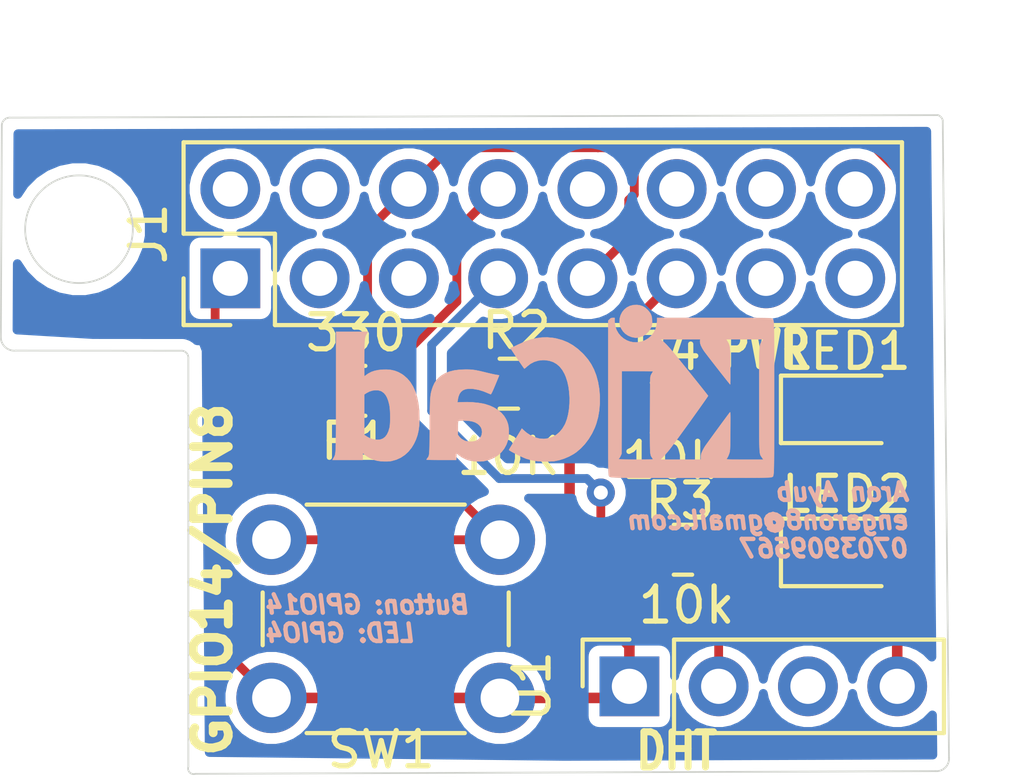
<source format=kicad_pcb>
(kicad_pcb (version 20171130) (host pcbnew "(5.1.5)-3")

  (general
    (thickness 1.6)
    (drawings 18)
    (tracks 97)
    (zones 0)
    (modules 10)
    (nets 19)
  )

  (page A4)
  (title_block
    (title "raspberrypi hat")
    (date 2020-11-10)
    (company electem)
    (comment 1 "created by Aron Ayub")
  )

  (layers
    (0 F.Cu signal)
    (31 B.Cu signal)
    (32 B.Adhes user)
    (33 F.Adhes user)
    (34 B.Paste user)
    (35 F.Paste user)
    (36 B.SilkS user)
    (37 F.SilkS user)
    (38 B.Mask user)
    (39 F.Mask user)
    (40 Dwgs.User user)
    (41 Cmts.User user)
    (42 Eco1.User user)
    (43 Eco2.User user)
    (44 Edge.Cuts user)
    (45 Margin user)
    (46 B.CrtYd user)
    (47 F.CrtYd user)
    (48 B.Fab user)
    (49 F.Fab user)
  )

  (setup
    (last_trace_width 0.25)
    (user_trace_width 1)
    (trace_clearance 0.2)
    (zone_clearance 0.508)
    (zone_45_only no)
    (trace_min 0.2)
    (via_size 0.8)
    (via_drill 0.4)
    (via_min_size 0.4)
    (via_min_drill 0.3)
    (uvia_size 0.3)
    (uvia_drill 0.1)
    (uvias_allowed no)
    (uvia_min_size 0.2)
    (uvia_min_drill 0.1)
    (edge_width 0.05)
    (segment_width 0.2)
    (pcb_text_width 0.3)
    (pcb_text_size 1.5 1.5)
    (mod_edge_width 0.12)
    (mod_text_size 1 1)
    (mod_text_width 0.15)
    (pad_size 1.524 1.524)
    (pad_drill 0.762)
    (pad_to_mask_clearance 0.051)
    (solder_mask_min_width 0.25)
    (aux_axis_origin 0 0)
    (visible_elements 7FFFFFFF)
    (pcbplotparams
      (layerselection 0x010fc_ffffffff)
      (usegerberextensions true)
      (usegerberattributes false)
      (usegerberadvancedattributes false)
      (creategerberjobfile true)
      (excludeedgelayer true)
      (linewidth 0.100000)
      (plotframeref false)
      (viasonmask false)
      (mode 1)
      (useauxorigin false)
      (hpglpennumber 1)
      (hpglpenspeed 20)
      (hpglpendiameter 15.000000)
      (psnegative false)
      (psa4output false)
      (plotreference true)
      (plotvalue true)
      (plotinvisibletext false)
      (padsonsilk false)
      (subtractmaskfromsilk false)
      (outputformat 1)
      (mirror false)
      (drillshape 0)
      (scaleselection 1)
      (outputdirectory "gerb2/"))
  )

  (net 0 "")
  (net 1 "Net-(D1-Pad2)")
  (net 2 GND)
  (net 3 "Net-(D2-Pad2)")
  (net 4 "Net-(J1-Pad16)")
  (net 5 "Net-(J1-Pad15)")
  (net 6 "Net-(J1-Pad14)")
  (net 7 "Net-(J1-Pad13)")
  (net 8 "Net-(J1-Pad12)")
  (net 9 "Net-(J1-Pad11)")
  (net 10 "Net-(J1-Pad10)")
  (net 11 /button_input)
  (net 12 "Net-(J1-Pad7)")
  (net 13 "Net-(J1-Pad5)")
  (net 14 "Net-(J1-Pad4)")
  (net 15 "Net-(J1-Pad3)")
  (net 16 "Net-(J1-Pad2)")
  (net 17 /3V3)
  (net 18 "Net-(U1-Pad3)")

  (net_class Default "This is the default net class."
    (clearance 0.2)
    (trace_width 0.25)
    (via_dia 0.8)
    (via_drill 0.4)
    (uvia_dia 0.3)
    (uvia_drill 0.1)
    (add_net /3V3)
    (add_net /button_input)
    (add_net GND)
    (add_net "Net-(D1-Pad2)")
    (add_net "Net-(D2-Pad2)")
    (add_net "Net-(J1-Pad10)")
    (add_net "Net-(J1-Pad11)")
    (add_net "Net-(J1-Pad12)")
    (add_net "Net-(J1-Pad13)")
    (add_net "Net-(J1-Pad14)")
    (add_net "Net-(J1-Pad15)")
    (add_net "Net-(J1-Pad16)")
    (add_net "Net-(J1-Pad2)")
    (add_net "Net-(J1-Pad3)")
    (add_net "Net-(J1-Pad4)")
    (add_net "Net-(J1-Pad5)")
    (add_net "Net-(J1-Pad7)")
    (add_net "Net-(U1-Pad3)")
  )

  (net_class Power ""
    (clearance 0.3)
    (trace_width 0.3)
    (via_dia 1)
    (via_drill 0.8)
    (uvia_dia 0.3)
    (uvia_drill 0.1)
  )

  (module Symbol:KiCad-Logo_5mm_SilkScreen (layer B.Cu) (tedit 0) (tstamp 5FAABA4C)
    (at 51.2572 80.7212 180)
    (descr "KiCad Logo")
    (tags "Logo KiCad")
    (attr virtual)
    (fp_text reference REF** (at 0 5.08) (layer B.SilkS) hide
      (effects (font (size 1 1) (thickness 0.15)) (justify mirror))
    )
    (fp_text value KiCad-Logo_5mm_SilkScreen (at 0 -3.81) (layer B.Fab) hide
      (effects (font (size 1 1) (thickness 0.15)) (justify mirror))
    )
    (fp_poly (pts (xy -2.273043 2.973429) (xy -2.176768 2.949191) (xy -2.090184 2.906359) (xy -2.015373 2.846581)
      (xy -1.954418 2.771506) (xy -1.909399 2.68278) (xy -1.883136 2.58647) (xy -1.877286 2.489205)
      (xy -1.89214 2.395346) (xy -1.92584 2.307489) (xy -1.976528 2.22823) (xy -2.042345 2.160164)
      (xy -2.121434 2.105888) (xy -2.211934 2.067998) (xy -2.2632 2.055574) (xy -2.307698 2.048053)
      (xy -2.341999 2.045081) (xy -2.37496 2.046906) (xy -2.415434 2.053775) (xy -2.448531 2.06075)
      (xy -2.541947 2.092259) (xy -2.625619 2.143383) (xy -2.697665 2.212571) (xy -2.7562 2.298272)
      (xy -2.770148 2.325511) (xy -2.786586 2.361878) (xy -2.796894 2.392418) (xy -2.80246 2.42455)
      (xy -2.804669 2.465693) (xy -2.804948 2.511778) (xy -2.800861 2.596135) (xy -2.787446 2.665414)
      (xy -2.762256 2.726039) (xy -2.722846 2.784433) (xy -2.684298 2.828698) (xy -2.612406 2.894516)
      (xy -2.537313 2.939947) (xy -2.454562 2.96715) (xy -2.376928 2.977424) (xy -2.273043 2.973429)) (layer B.SilkS) (width 0.01))
    (fp_poly (pts (xy 6.186507 0.527755) (xy 6.186526 0.293338) (xy 6.186552 0.080397) (xy 6.186625 -0.112168)
      (xy 6.186782 -0.285459) (xy 6.187064 -0.440576) (xy 6.187509 -0.57862) (xy 6.188156 -0.700692)
      (xy 6.189045 -0.807894) (xy 6.190213 -0.901326) (xy 6.191701 -0.98209) (xy 6.193546 -1.051286)
      (xy 6.195789 -1.110015) (xy 6.198469 -1.159379) (xy 6.201623 -1.200478) (xy 6.205292 -1.234413)
      (xy 6.209513 -1.262286) (xy 6.214327 -1.285198) (xy 6.219773 -1.304249) (xy 6.225888 -1.32054)
      (xy 6.232712 -1.335173) (xy 6.240285 -1.349249) (xy 6.248645 -1.363868) (xy 6.253839 -1.372974)
      (xy 6.288104 -1.433689) (xy 5.429955 -1.433689) (xy 5.429955 -1.337733) (xy 5.429224 -1.29437)
      (xy 5.427272 -1.261205) (xy 5.424463 -1.243424) (xy 5.423221 -1.241778) (xy 5.411799 -1.248662)
      (xy 5.389084 -1.266505) (xy 5.366385 -1.285879) (xy 5.3118 -1.326614) (xy 5.242321 -1.367617)
      (xy 5.16527 -1.405123) (xy 5.087965 -1.435364) (xy 5.057113 -1.445012) (xy 4.988616 -1.459578)
      (xy 4.905764 -1.469539) (xy 4.816371 -1.474583) (xy 4.728248 -1.474396) (xy 4.649207 -1.468666)
      (xy 4.611511 -1.462858) (xy 4.473414 -1.424797) (xy 4.346113 -1.367073) (xy 4.230292 -1.290211)
      (xy 4.126637 -1.194739) (xy 4.035833 -1.081179) (xy 3.969031 -0.970381) (xy 3.914164 -0.853625)
      (xy 3.872163 -0.734276) (xy 3.842167 -0.608283) (xy 3.823311 -0.471594) (xy 3.814732 -0.320158)
      (xy 3.814006 -0.242711) (xy 3.8161 -0.185934) (xy 4.645217 -0.185934) (xy 4.645424 -0.279002)
      (xy 4.648337 -0.366692) (xy 4.654 -0.443772) (xy 4.662455 -0.505009) (xy 4.665038 -0.51735)
      (xy 4.69684 -0.624633) (xy 4.738498 -0.711658) (xy 4.790363 -0.778642) (xy 4.852781 -0.825805)
      (xy 4.9261 -0.853365) (xy 5.010669 -0.861541) (xy 5.106835 -0.850551) (xy 5.170311 -0.834829)
      (xy 5.219454 -0.816639) (xy 5.273583 -0.790791) (xy 5.314244 -0.767089) (xy 5.3848 -0.720721)
      (xy 5.3848 0.42947) (xy 5.317392 0.473038) (xy 5.238867 0.51396) (xy 5.154681 0.540611)
      (xy 5.069557 0.552535) (xy 4.988216 0.549278) (xy 4.91538 0.530385) (xy 4.883426 0.514816)
      (xy 4.825501 0.471819) (xy 4.776544 0.415047) (xy 4.73539 0.342425) (xy 4.700874 0.251879)
      (xy 4.671833 0.141334) (xy 4.670552 0.135467) (xy 4.660381 0.073212) (xy 4.652739 -0.004594)
      (xy 4.64767 -0.09272) (xy 4.645217 -0.185934) (xy 3.8161 -0.185934) (xy 3.821857 -0.029895)
      (xy 3.843802 0.165941) (xy 3.879786 0.344668) (xy 3.929759 0.506155) (xy 3.993668 0.650274)
      (xy 4.071462 0.776894) (xy 4.163089 0.885885) (xy 4.268497 0.977117) (xy 4.313662 1.008068)
      (xy 4.414611 1.064215) (xy 4.517901 1.103826) (xy 4.627989 1.127986) (xy 4.74933 1.137781)
      (xy 4.841836 1.136735) (xy 4.97149 1.125769) (xy 5.084084 1.103954) (xy 5.182875 1.070286)
      (xy 5.271121 1.023764) (xy 5.319986 0.989552) (xy 5.349353 0.967638) (xy 5.371043 0.952667)
      (xy 5.379253 0.948267) (xy 5.380868 0.959096) (xy 5.382159 0.989749) (xy 5.383138 1.037474)
      (xy 5.383817 1.099521) (xy 5.38421 1.173138) (xy 5.38433 1.255573) (xy 5.384188 1.344075)
      (xy 5.383797 1.435893) (xy 5.383171 1.528276) (xy 5.38232 1.618472) (xy 5.38126 1.703729)
      (xy 5.380001 1.781297) (xy 5.378556 1.848424) (xy 5.376938 1.902359) (xy 5.375161 1.94035)
      (xy 5.374669 1.947333) (xy 5.367092 2.017749) (xy 5.355531 2.072898) (xy 5.337792 2.120019)
      (xy 5.311682 2.166353) (xy 5.305415 2.175933) (xy 5.280983 2.212622) (xy 6.186311 2.212622)
      (xy 6.186507 0.527755)) (layer B.SilkS) (width 0.01))
    (fp_poly (pts (xy 2.673574 1.133448) (xy 2.825492 1.113433) (xy 2.960756 1.079798) (xy 3.080239 1.032275)
      (xy 3.184815 0.970595) (xy 3.262424 0.907035) (xy 3.331265 0.832901) (xy 3.385006 0.753129)
      (xy 3.42791 0.660909) (xy 3.443384 0.617839) (xy 3.456244 0.578858) (xy 3.467446 0.542711)
      (xy 3.47712 0.507566) (xy 3.485396 0.47159) (xy 3.492403 0.43295) (xy 3.498272 0.389815)
      (xy 3.503131 0.340351) (xy 3.50711 0.282727) (xy 3.51034 0.215109) (xy 3.512949 0.135666)
      (xy 3.515067 0.042564) (xy 3.516824 -0.066027) (xy 3.518349 -0.191942) (xy 3.519772 -0.337012)
      (xy 3.521025 -0.479778) (xy 3.522351 -0.635968) (xy 3.523556 -0.771239) (xy 3.524766 -0.887246)
      (xy 3.526106 -0.985645) (xy 3.5277 -1.068093) (xy 3.529675 -1.136246) (xy 3.532156 -1.19176)
      (xy 3.535269 -1.236292) (xy 3.539138 -1.271498) (xy 3.543889 -1.299034) (xy 3.549648 -1.320556)
      (xy 3.556539 -1.337722) (xy 3.564689 -1.352186) (xy 3.574223 -1.365606) (xy 3.585266 -1.379638)
      (xy 3.589566 -1.385071) (xy 3.605386 -1.40791) (xy 3.612422 -1.423463) (xy 3.612444 -1.423922)
      (xy 3.601567 -1.426121) (xy 3.570582 -1.428147) (xy 3.521957 -1.429942) (xy 3.458163 -1.431451)
      (xy 3.381669 -1.432616) (xy 3.294944 -1.43338) (xy 3.200457 -1.433686) (xy 3.18955 -1.433689)
      (xy 2.766657 -1.433689) (xy 2.763395 -1.337622) (xy 2.760133 -1.241556) (xy 2.698044 -1.292543)
      (xy 2.600714 -1.360057) (xy 2.490813 -1.414749) (xy 2.404349 -1.444978) (xy 2.335278 -1.459666)
      (xy 2.251925 -1.469659) (xy 2.162159 -1.474646) (xy 2.073845 -1.474313) (xy 1.994851 -1.468351)
      (xy 1.958622 -1.462638) (xy 1.818603 -1.424776) (xy 1.692178 -1.369932) (xy 1.58026 -1.298924)
      (xy 1.483762 -1.212568) (xy 1.4036 -1.111679) (xy 1.340687 -0.997076) (xy 1.296312 -0.870984)
      (xy 1.283978 -0.814401) (xy 1.276368 -0.752202) (xy 1.272739 -0.677363) (xy 1.272245 -0.643467)
      (xy 1.27231 -0.640282) (xy 2.032248 -0.640282) (xy 2.041541 -0.715333) (xy 2.069728 -0.77916)
      (xy 2.118197 -0.834798) (xy 2.123254 -0.839211) (xy 2.171548 -0.874037) (xy 2.223257 -0.89662)
      (xy 2.283989 -0.90854) (xy 2.359352 -0.911383) (xy 2.377459 -0.910978) (xy 2.431278 -0.908325)
      (xy 2.471308 -0.902909) (xy 2.506324 -0.892745) (xy 2.545103 -0.87585) (xy 2.555745 -0.870672)
      (xy 2.616396 -0.834844) (xy 2.663215 -0.792212) (xy 2.675952 -0.776973) (xy 2.720622 -0.720462)
      (xy 2.720622 -0.524586) (xy 2.720086 -0.445939) (xy 2.718396 -0.387988) (xy 2.715428 -0.348875)
      (xy 2.711057 -0.326741) (xy 2.706972 -0.320274) (xy 2.691047 -0.317111) (xy 2.657264 -0.314488)
      (xy 2.61034 -0.312655) (xy 2.554993 -0.311857) (xy 2.546106 -0.311842) (xy 2.42533 -0.317096)
      (xy 2.32266 -0.333263) (xy 2.236106 -0.360961) (xy 2.163681 -0.400808) (xy 2.108751 -0.447758)
      (xy 2.064204 -0.505645) (xy 2.03948 -0.568693) (xy 2.032248 -0.640282) (xy 1.27231 -0.640282)
      (xy 1.274178 -0.549712) (xy 1.282522 -0.470812) (xy 1.298768 -0.39959) (xy 1.324405 -0.328864)
      (xy 1.348401 -0.276493) (xy 1.40702 -0.181196) (xy 1.485117 -0.09317) (xy 1.580315 -0.014017)
      (xy 1.690238 0.05466) (xy 1.81251 0.111259) (xy 1.944755 0.154179) (xy 2.009422 0.169118)
      (xy 2.145604 0.191223) (xy 2.294049 0.205806) (xy 2.445505 0.212187) (xy 2.572064 0.210555)
      (xy 2.73395 0.203776) (xy 2.72653 0.262755) (xy 2.707238 0.361908) (xy 2.676104 0.442628)
      (xy 2.632269 0.505534) (xy 2.574871 0.551244) (xy 2.503048 0.580378) (xy 2.415941 0.593553)
      (xy 2.312686 0.591389) (xy 2.274711 0.587388) (xy 2.13352 0.56222) (xy 1.996707 0.521186)
      (xy 1.902178 0.483185) (xy 1.857018 0.46381) (xy 1.818585 0.44824) (xy 1.792234 0.438595)
      (xy 1.784546 0.436548) (xy 1.774802 0.445626) (xy 1.758083 0.474595) (xy 1.734232 0.523783)
      (xy 1.703093 0.593516) (xy 1.664507 0.684121) (xy 1.65791 0.699911) (xy 1.627853 0.772228)
      (xy 1.600874 0.837575) (xy 1.578136 0.893094) (xy 1.560806 0.935928) (xy 1.550048 0.963219)
      (xy 1.546941 0.972058) (xy 1.55694 0.976813) (xy 1.583217 0.98209) (xy 1.611489 0.985769)
      (xy 1.641646 0.990526) (xy 1.689433 0.999972) (xy 1.750612 1.01318) (xy 1.820946 1.029224)
      (xy 1.896194 1.04718) (xy 1.924755 1.054203) (xy 2.029816 1.079791) (xy 2.11748 1.099853)
      (xy 2.192068 1.115031) (xy 2.257903 1.125965) (xy 2.319307 1.133296) (xy 2.380602 1.137665)
      (xy 2.44611 1.139713) (xy 2.504128 1.140111) (xy 2.673574 1.133448)) (layer B.SilkS) (width 0.01))
    (fp_poly (pts (xy 0.328429 2.050929) (xy 0.48857 2.029755) (xy 0.65251 1.989615) (xy 0.822313 1.930111)
      (xy 1.000043 1.850846) (xy 1.01131 1.845301) (xy 1.069005 1.817275) (xy 1.120552 1.793198)
      (xy 1.162191 1.774751) (xy 1.190162 1.763614) (xy 1.199733 1.761067) (xy 1.21895 1.756059)
      (xy 1.223561 1.751853) (xy 1.218458 1.74142) (xy 1.202418 1.715132) (xy 1.177288 1.675743)
      (xy 1.144914 1.626009) (xy 1.107143 1.568685) (xy 1.065822 1.506524) (xy 1.022798 1.442282)
      (xy 0.979917 1.378715) (xy 0.939026 1.318575) (xy 0.901971 1.26462) (xy 0.8706 1.219603)
      (xy 0.846759 1.186279) (xy 0.832294 1.167403) (xy 0.830309 1.165213) (xy 0.820191 1.169862)
      (xy 0.79785 1.187038) (xy 0.76728 1.21356) (xy 0.751536 1.228036) (xy 0.655047 1.303318)
      (xy 0.548336 1.358759) (xy 0.432832 1.393859) (xy 0.309962 1.40812) (xy 0.240561 1.406949)
      (xy 0.119423 1.389788) (xy 0.010205 1.353906) (xy -0.087418 1.299041) (xy -0.173772 1.22493)
      (xy -0.249185 1.131312) (xy -0.313982 1.017924) (xy -0.351399 0.931333) (xy -0.395252 0.795634)
      (xy -0.427572 0.64815) (xy -0.448443 0.492686) (xy -0.457949 0.333044) (xy -0.456173 0.173027)
      (xy -0.443197 0.016439) (xy -0.419106 -0.132918) (xy -0.383982 -0.27124) (xy -0.337908 -0.394724)
      (xy -0.321627 -0.428978) (xy -0.25338 -0.543064) (xy -0.172921 -0.639557) (xy -0.08143 -0.71767)
      (xy 0.019911 -0.776617) (xy 0.12992 -0.815612) (xy 0.247415 -0.833868) (xy 0.288883 -0.835211)
      (xy 0.410441 -0.82429) (xy 0.530878 -0.791474) (xy 0.648666 -0.737439) (xy 0.762277 -0.662865)
      (xy 0.853685 -0.584539) (xy 0.900215 -0.540008) (xy 1.081483 -0.837271) (xy 1.12658 -0.911433)
      (xy 1.167819 -0.979646) (xy 1.203735 -1.039459) (xy 1.232866 -1.08842) (xy 1.25375 -1.124079)
      (xy 1.264924 -1.143984) (xy 1.266375 -1.147079) (xy 1.258146 -1.156718) (xy 1.232567 -1.173999)
      (xy 1.192873 -1.197283) (xy 1.142297 -1.224934) (xy 1.084074 -1.255315) (xy 1.021437 -1.28679)
      (xy 0.957621 -1.317722) (xy 0.89586 -1.346473) (xy 0.839388 -1.371408) (xy 0.791438 -1.390889)
      (xy 0.767986 -1.399318) (xy 0.634221 -1.437133) (xy 0.496327 -1.462136) (xy 0.348622 -1.47514)
      (xy 0.221833 -1.477468) (xy 0.153878 -1.476373) (xy 0.088277 -1.474275) (xy 0.030847 -1.471434)
      (xy -0.012597 -1.468106) (xy -0.026702 -1.466422) (xy -0.165716 -1.437587) (xy -0.307243 -1.392468)
      (xy -0.444725 -1.33375) (xy -0.571606 -1.26412) (xy -0.649111 -1.211441) (xy -0.776519 -1.103239)
      (xy -0.894822 -0.976671) (xy -1.001828 -0.834866) (xy -1.095348 -0.680951) (xy -1.17319 -0.518053)
      (xy -1.217044 -0.400756) (xy -1.267292 -0.217128) (xy -1.300791 -0.022581) (xy -1.317551 0.178675)
      (xy -1.317584 0.382432) (xy -1.300899 0.584479) (xy -1.267507 0.780608) (xy -1.21742 0.966609)
      (xy -1.213603 0.978197) (xy -1.150719 1.14025) (xy -1.073972 1.288168) (xy -0.980758 1.426135)
      (xy -0.868473 1.558339) (xy -0.824608 1.603601) (xy -0.688466 1.727543) (xy -0.548509 1.830085)
      (xy -0.402589 1.912344) (xy -0.248558 1.975436) (xy -0.084268 2.020477) (xy 0.011289 2.037967)
      (xy 0.170023 2.053534) (xy 0.328429 2.050929)) (layer B.SilkS) (width 0.01))
    (fp_poly (pts (xy -2.9464 2.510946) (xy -2.935535 2.397007) (xy -2.903918 2.289384) (xy -2.853015 2.190385)
      (xy -2.784293 2.102316) (xy -2.699219 2.027484) (xy -2.602232 1.969616) (xy -2.495964 1.929995)
      (xy -2.38895 1.911427) (xy -2.2833 1.912566) (xy -2.181125 1.93207) (xy -2.084534 1.968594)
      (xy -1.995638 2.020795) (xy -1.916546 2.087327) (xy -1.849369 2.166848) (xy -1.796217 2.258013)
      (xy -1.759199 2.359477) (xy -1.740427 2.469898) (xy -1.738489 2.519794) (xy -1.738489 2.607733)
      (xy -1.68656 2.607733) (xy -1.650253 2.604889) (xy -1.623355 2.593089) (xy -1.596249 2.569351)
      (xy -1.557867 2.530969) (xy -1.557867 0.339398) (xy -1.557876 0.077261) (xy -1.557908 -0.163241)
      (xy -1.557972 -0.383048) (xy -1.558076 -0.583101) (xy -1.558227 -0.764344) (xy -1.558434 -0.927716)
      (xy -1.558706 -1.07416) (xy -1.55905 -1.204617) (xy -1.559474 -1.320029) (xy -1.559987 -1.421338)
      (xy -1.560597 -1.509484) (xy -1.561312 -1.58541) (xy -1.56214 -1.650057) (xy -1.563089 -1.704367)
      (xy -1.564167 -1.74928) (xy -1.565383 -1.78574) (xy -1.566745 -1.814687) (xy -1.568261 -1.837063)
      (xy -1.569938 -1.853809) (xy -1.571786 -1.865868) (xy -1.573813 -1.87418) (xy -1.576025 -1.879687)
      (xy -1.577108 -1.881537) (xy -1.581271 -1.888549) (xy -1.584805 -1.894996) (xy -1.588635 -1.9009)
      (xy -1.593682 -1.906286) (xy -1.600871 -1.911178) (xy -1.611123 -1.915598) (xy -1.625364 -1.919572)
      (xy -1.644514 -1.923121) (xy -1.669499 -1.92627) (xy -1.70124 -1.929042) (xy -1.740662 -1.931461)
      (xy -1.788686 -1.933551) (xy -1.846237 -1.935335) (xy -1.914237 -1.936837) (xy -1.99361 -1.93808)
      (xy -2.085279 -1.939089) (xy -2.190166 -1.939885) (xy -2.309196 -1.940494) (xy -2.44329 -1.940939)
      (xy -2.593373 -1.941243) (xy -2.760367 -1.94143) (xy -2.945196 -1.941524) (xy -3.148783 -1.941548)
      (xy -3.37205 -1.941525) (xy -3.615922 -1.94148) (xy -3.881321 -1.941437) (xy -3.919704 -1.941432)
      (xy -4.186682 -1.941389) (xy -4.432002 -1.941318) (xy -4.656583 -1.941213) (xy -4.861345 -1.941066)
      (xy -5.047206 -1.940869) (xy -5.215088 -1.940616) (xy -5.365908 -1.9403) (xy -5.500587 -1.939913)
      (xy -5.620044 -1.939447) (xy -5.725199 -1.938897) (xy -5.816971 -1.938253) (xy -5.896279 -1.937511)
      (xy -5.964043 -1.936661) (xy -6.021182 -1.935697) (xy -6.068617 -1.934611) (xy -6.107266 -1.933397)
      (xy -6.138049 -1.932047) (xy -6.161885 -1.930555) (xy -6.179694 -1.928911) (xy -6.192395 -1.927111)
      (xy -6.200908 -1.925145) (xy -6.205266 -1.923477) (xy -6.213728 -1.919906) (xy -6.221497 -1.91727)
      (xy -6.228602 -1.914634) (xy -6.235073 -1.911062) (xy -6.240939 -1.905621) (xy -6.246229 -1.897375)
      (xy -6.250974 -1.88539) (xy -6.255202 -1.868731) (xy -6.258943 -1.846463) (xy -6.262227 -1.817652)
      (xy -6.265083 -1.781363) (xy -6.26754 -1.736661) (xy -6.269629 -1.682611) (xy -6.271378 -1.618279)
      (xy -6.272817 -1.54273) (xy -6.273976 -1.45503) (xy -6.274883 -1.354243) (xy -6.275569 -1.239434)
      (xy -6.276063 -1.10967) (xy -6.276395 -0.964015) (xy -6.276593 -0.801535) (xy -6.276687 -0.621295)
      (xy -6.276708 -0.42236) (xy -6.276685 -0.203796) (xy -6.276646 0.035332) (xy -6.276622 0.29596)
      (xy -6.276622 0.338111) (xy -6.276636 0.601008) (xy -6.276661 0.842268) (xy -6.276671 1.062835)
      (xy -6.276642 1.263648) (xy -6.276548 1.445651) (xy -6.276362 1.609784) (xy -6.276059 1.756989)
      (xy -6.275614 1.888208) (xy -6.275034 1.998133) (xy -5.972197 1.998133) (xy -5.932407 1.940289)
      (xy -5.921236 1.924521) (xy -5.911166 1.910559) (xy -5.902138 1.897216) (xy -5.894097 1.883307)
      (xy -5.886986 1.867644) (xy -5.880747 1.849042) (xy -5.875325 1.826314) (xy -5.870662 1.798273)
      (xy -5.866701 1.763733) (xy -5.863385 1.721508) (xy -5.860659 1.670411) (xy -5.858464 1.609256)
      (xy -5.856745 1.536856) (xy -5.855444 1.452025) (xy -5.854505 1.353578) (xy -5.85387 1.240326)
      (xy -5.853484 1.111084) (xy -5.853288 0.964666) (xy -5.853227 0.799884) (xy -5.853243 0.615553)
      (xy -5.85328 0.410487) (xy -5.853289 0.287867) (xy -5.853265 0.070918) (xy -5.853231 -0.124642)
      (xy -5.853243 -0.299999) (xy -5.853358 -0.456341) (xy -5.85363 -0.594857) (xy -5.854118 -0.716734)
      (xy -5.854876 -0.82316) (xy -5.855962 -0.915322) (xy -5.857431 -0.994409) (xy -5.85934 -1.061608)
      (xy -5.861744 -1.118107) (xy -5.864701 -1.165093) (xy -5.868266 -1.203755) (xy -5.872495 -1.23528)
      (xy -5.877446 -1.260855) (xy -5.883173 -1.28167) (xy -5.889733 -1.298911) (xy -5.897183 -1.313765)
      (xy -5.905579 -1.327422) (xy -5.914976 -1.341069) (xy -5.925432 -1.355893) (xy -5.931523 -1.364783)
      (xy -5.970296 -1.4224) (xy -5.438732 -1.4224) (xy -5.315483 -1.422365) (xy -5.212987 -1.422215)
      (xy -5.12942 -1.421878) (xy -5.062956 -1.421286) (xy -5.011771 -1.420367) (xy -4.974041 -1.419051)
      (xy -4.94794 -1.417269) (xy -4.931644 -1.414951) (xy -4.923328 -1.412026) (xy -4.921168 -1.408424)
      (xy -4.923339 -1.404075) (xy -4.924535 -1.402645) (xy -4.949685 -1.365573) (xy -4.975583 -1.312772)
      (xy -4.999192 -1.25077) (xy -5.007461 -1.224357) (xy -5.012078 -1.206416) (xy -5.015979 -1.185355)
      (xy -5.019248 -1.159089) (xy -5.021966 -1.125532) (xy -5.024215 -1.082599) (xy -5.026077 -1.028204)
      (xy -5.027636 -0.960262) (xy -5.028972 -0.876688) (xy -5.030169 -0.775395) (xy -5.031308 -0.6543)
      (xy -5.031685 -0.6096) (xy -5.032702 -0.484449) (xy -5.03346 -0.380082) (xy -5.033903 -0.294707)
      (xy -5.03397 -0.226533) (xy -5.033605 -0.173765) (xy -5.032748 -0.134614) (xy -5.031341 -0.107285)
      (xy -5.029325 -0.089986) (xy -5.026643 -0.080926) (xy -5.023236 -0.078312) (xy -5.019044 -0.080351)
      (xy -5.014571 -0.084667) (xy -5.004216 -0.097602) (xy -4.982158 -0.126676) (xy -4.949957 -0.169759)
      (xy -4.909174 -0.224718) (xy -4.86137 -0.289423) (xy -4.808105 -0.361742) (xy -4.75094 -0.439544)
      (xy -4.691437 -0.520698) (xy -4.631155 -0.603072) (xy -4.571655 -0.684536) (xy -4.514498 -0.762957)
      (xy -4.461245 -0.836204) (xy -4.413457 -0.902147) (xy -4.372693 -0.958654) (xy -4.340516 -1.003593)
      (xy -4.318485 -1.034834) (xy -4.313917 -1.041466) (xy -4.290996 -1.078369) (xy -4.264188 -1.126359)
      (xy -4.238789 -1.175897) (xy -4.235568 -1.182577) (xy -4.21389 -1.230772) (xy -4.201304 -1.268334)
      (xy -4.195574 -1.30416) (xy -4.194456 -1.3462) (xy -4.19509 -1.4224) (xy -3.040651 -1.4224)
      (xy -3.131815 -1.328669) (xy -3.178612 -1.278775) (xy -3.228899 -1.222295) (xy -3.274944 -1.168026)
      (xy -3.295369 -1.142673) (xy -3.325807 -1.103128) (xy -3.365862 -1.049916) (xy -3.414361 -0.984667)
      (xy -3.470135 -0.909011) (xy -3.532011 -0.824577) (xy -3.598819 -0.732994) (xy -3.669387 -0.635892)
      (xy -3.742545 -0.534901) (xy -3.817121 -0.43165) (xy -3.891944 -0.327768) (xy -3.965843 -0.224885)
      (xy -4.037646 -0.124631) (xy -4.106184 -0.028636) (xy -4.170284 0.061473) (xy -4.228775 0.144064)
      (xy -4.280486 0.217508) (xy -4.324247 0.280176) (xy -4.358885 0.330439) (xy -4.38323 0.366666)
      (xy -4.396111 0.387229) (xy -4.397869 0.391332) (xy -4.38991 0.402658) (xy -4.369115 0.429838)
      (xy -4.336847 0.471171) (xy -4.29447 0.524956) (xy -4.243347 0.589494) (xy -4.184841 0.663082)
      (xy -4.120314 0.744022) (xy -4.051131 0.830612) (xy -3.978653 0.921152) (xy -3.904246 1.01394)
      (xy -3.844517 1.088298) (xy -2.833511 1.088298) (xy -2.827602 1.075341) (xy -2.813272 1.053092)
      (xy -2.812225 1.051609) (xy -2.793438 1.021456) (xy -2.773791 0.984625) (xy -2.769892 0.976489)
      (xy -2.766356 0.96806) (xy -2.76323 0.957941) (xy -2.760486 0.94474) (xy -2.758092 0.927062)
      (xy -2.756019 0.903516) (xy -2.754235 0.872707) (xy -2.752712 0.833243) (xy -2.751419 0.783731)
      (xy -2.750326 0.722777) (xy -2.749403 0.648989) (xy -2.748619 0.560972) (xy -2.747945 0.457335)
      (xy -2.74735 0.336684) (xy -2.746805 0.197626) (xy -2.746279 0.038768) (xy -2.745745 -0.140089)
      (xy -2.745206 -0.325207) (xy -2.744772 -0.489145) (xy -2.744509 -0.633303) (xy -2.744484 -0.759079)
      (xy -2.744765 -0.867871) (xy -2.745419 -0.961077) (xy -2.746514 -1.040097) (xy -2.748118 -1.106328)
      (xy -2.750297 -1.16117) (xy -2.753119 -1.206021) (xy -2.756651 -1.242278) (xy -2.760961 -1.271341)
      (xy -2.766117 -1.294609) (xy -2.772185 -1.313479) (xy -2.779233 -1.329351) (xy -2.787329 -1.343622)
      (xy -2.79654 -1.357691) (xy -2.80504 -1.370158) (xy -2.822176 -1.396452) (xy -2.832322 -1.414037)
      (xy -2.833511 -1.417257) (xy -2.822604 -1.418334) (xy -2.791411 -1.419335) (xy -2.742223 -1.420235)
      (xy -2.677333 -1.42101) (xy -2.59903 -1.421637) (xy -2.509607 -1.422091) (xy -2.411356 -1.422349)
      (xy -2.342445 -1.4224) (xy -2.237452 -1.42218) (xy -2.14061 -1.421548) (xy -2.054107 -1.420549)
      (xy -1.980132 -1.419227) (xy -1.920874 -1.417626) (xy -1.87852 -1.415791) (xy -1.85526 -1.413765)
      (xy -1.851378 -1.412493) (xy -1.859076 -1.397591) (xy -1.867074 -1.38956) (xy -1.880246 -1.372434)
      (xy -1.897485 -1.342183) (xy -1.909407 -1.317622) (xy -1.936045 -1.258711) (xy -1.93912 -0.081845)
      (xy -1.942195 1.095022) (xy -2.387853 1.095022) (xy -2.48567 1.094858) (xy -2.576064 1.094389)
      (xy -2.65663 1.093653) (xy -2.724962 1.092684) (xy -2.778656 1.09152) (xy -2.815305 1.090197)
      (xy -2.832504 1.088751) (xy -2.833511 1.088298) (xy -3.844517 1.088298) (xy -3.82927 1.107278)
      (xy -3.75509 1.199463) (xy -3.683069 1.288796) (xy -3.614569 1.373576) (xy -3.550955 1.452102)
      (xy -3.493588 1.522674) (xy -3.443833 1.583591) (xy -3.403052 1.633153) (xy -3.385888 1.653822)
      (xy -3.299596 1.754484) (xy -3.222997 1.837741) (xy -3.154183 1.905562) (xy -3.091248 1.959911)
      (xy -3.081867 1.967278) (xy -3.042356 1.997883) (xy -4.174116 1.998133) (xy -4.168827 1.950156)
      (xy -4.17213 1.892812) (xy -4.193661 1.824537) (xy -4.233635 1.744788) (xy -4.278943 1.672505)
      (xy -4.295161 1.64986) (xy -4.323214 1.612304) (xy -4.36143 1.561979) (xy -4.408137 1.501027)
      (xy -4.461661 1.431589) (xy -4.520331 1.355806) (xy -4.582475 1.27582) (xy -4.646421 1.193772)
      (xy -4.710495 1.111804) (xy -4.773027 1.032057) (xy -4.832343 0.956673) (xy -4.886771 0.887793)
      (xy -4.934639 0.827558) (xy -4.974275 0.778111) (xy -5.004006 0.741592) (xy -5.022161 0.720142)
      (xy -5.02522 0.716844) (xy -5.028079 0.724851) (xy -5.030293 0.755145) (xy -5.031857 0.807444)
      (xy -5.032767 0.881469) (xy -5.03302 0.976937) (xy -5.032613 1.093566) (xy -5.031704 1.213555)
      (xy -5.030382 1.345667) (xy -5.028857 1.457406) (xy -5.026881 1.550975) (xy -5.024206 1.628581)
      (xy -5.020582 1.692426) (xy -5.015761 1.744717) (xy -5.009494 1.787656) (xy -5.001532 1.823449)
      (xy -4.991627 1.8543) (xy -4.979531 1.882414) (xy -4.964993 1.909995) (xy -4.950311 1.935034)
      (xy -4.912314 1.998133) (xy -5.972197 1.998133) (xy -6.275034 1.998133) (xy -6.275001 2.004383)
      (xy -6.274195 2.106456) (xy -6.27317 2.195367) (xy -6.2719 2.272059) (xy -6.27036 2.337473)
      (xy -6.268524 2.392551) (xy -6.266367 2.438235) (xy -6.263863 2.475466) (xy -6.260987 2.505187)
      (xy -6.257713 2.528338) (xy -6.254015 2.545861) (xy -6.249869 2.558699) (xy -6.245247 2.567792)
      (xy -6.240126 2.574082) (xy -6.234478 2.578512) (xy -6.228279 2.582022) (xy -6.221504 2.585555)
      (xy -6.215508 2.589124) (xy -6.210275 2.5917) (xy -6.202099 2.594028) (xy -6.189886 2.596122)
      (xy -6.172541 2.597993) (xy -6.148969 2.599653) (xy -6.118077 2.601116) (xy -6.078768 2.602392)
      (xy -6.02995 2.603496) (xy -5.970527 2.604439) (xy -5.899404 2.605233) (xy -5.815488 2.605891)
      (xy -5.717683 2.606425) (xy -5.604894 2.606847) (xy -5.476029 2.607171) (xy -5.329991 2.607408)
      (xy -5.165686 2.60757) (xy -4.98202 2.60767) (xy -4.777897 2.60772) (xy -4.566753 2.607733)
      (xy -2.9464 2.607733) (xy -2.9464 2.510946)) (layer B.SilkS) (width 0.01))
  )

  (module Button_Switch_THT:SW_PUSH_6mm_H8mm (layer F.Cu) (tedit 5A02FE31) (tstamp 5FAA4C8F)
    (at 49.7332 88.9254 180)
    (descr "tactile push button, 6x6mm e.g. PHAP33xx series, height=8mm")
    (tags "tact sw push 6mm")
    (path /5FA9E4A9)
    (fp_text reference SW1 (at 3.3782 -1.4732) (layer F.SilkS)
      (effects (font (size 1 1) (thickness 0.15)))
    )
    (fp_text value SW_DPST (at 3.75 6.7) (layer F.Fab)
      (effects (font (size 1 1) (thickness 0.15)))
    )
    (fp_circle (center 3.25 2.25) (end 1.25 2.5) (layer F.Fab) (width 0.1))
    (fp_line (start 6.75 3) (end 6.75 1.5) (layer F.SilkS) (width 0.12))
    (fp_line (start 5.5 -1) (end 1 -1) (layer F.SilkS) (width 0.12))
    (fp_line (start -0.25 1.5) (end -0.25 3) (layer F.SilkS) (width 0.12))
    (fp_line (start 1 5.5) (end 5.5 5.5) (layer F.SilkS) (width 0.12))
    (fp_line (start 8 -1.25) (end 8 5.75) (layer F.CrtYd) (width 0.05))
    (fp_line (start 7.75 6) (end -1.25 6) (layer F.CrtYd) (width 0.05))
    (fp_line (start -1.5 5.75) (end -1.5 -1.25) (layer F.CrtYd) (width 0.05))
    (fp_line (start -1.25 -1.5) (end 7.75 -1.5) (layer F.CrtYd) (width 0.05))
    (fp_line (start -1.5 6) (end -1.25 6) (layer F.CrtYd) (width 0.05))
    (fp_line (start -1.5 5.75) (end -1.5 6) (layer F.CrtYd) (width 0.05))
    (fp_line (start -1.5 -1.5) (end -1.25 -1.5) (layer F.CrtYd) (width 0.05))
    (fp_line (start -1.5 -1.25) (end -1.5 -1.5) (layer F.CrtYd) (width 0.05))
    (fp_line (start 8 -1.5) (end 8 -1.25) (layer F.CrtYd) (width 0.05))
    (fp_line (start 7.75 -1.5) (end 8 -1.5) (layer F.CrtYd) (width 0.05))
    (fp_line (start 8 6) (end 8 5.75) (layer F.CrtYd) (width 0.05))
    (fp_line (start 7.75 6) (end 8 6) (layer F.CrtYd) (width 0.05))
    (fp_line (start 0.25 -0.75) (end 3.25 -0.75) (layer F.Fab) (width 0.1))
    (fp_line (start 0.25 5.25) (end 0.25 -0.75) (layer F.Fab) (width 0.1))
    (fp_line (start 6.25 5.25) (end 0.25 5.25) (layer F.Fab) (width 0.1))
    (fp_line (start 6.25 -0.75) (end 6.25 5.25) (layer F.Fab) (width 0.1))
    (fp_line (start 3.25 -0.75) (end 6.25 -0.75) (layer F.Fab) (width 0.1))
    (fp_text user %R (at 3.25 2.25) (layer F.Fab)
      (effects (font (size 1 1) (thickness 0.15)))
    )
    (pad 1 thru_hole circle (at 6.5 0 270) (size 2 2) (drill 1.1) (layers *.Cu *.Mask)
      (net 17 /3V3))
    (pad 2 thru_hole circle (at 6.5 4.5 270) (size 2 2) (drill 1.1) (layers *.Cu *.Mask)
      (net 11 /button_input))
    (pad 1 thru_hole circle (at 0 0 270) (size 2 2) (drill 1.1) (layers *.Cu *.Mask)
      (net 17 /3V3))
    (pad 2 thru_hole circle (at 0 4.5 270) (size 2 2) (drill 1.1) (layers *.Cu *.Mask)
      (net 11 /button_input))
    (model ${KISYS3DMOD}/Button_Switch_THT.3dshapes/SW_PUSH_6mm_H8mm.wrl
      (at (xyz 0 0 0))
      (scale (xyz 1 1 1))
      (rotate (xyz 0 0 0))
    )
  )

  (module LED_SMD:LED_0805_2012Metric_Pad1.15x1.40mm_HandSolder (layer F.Cu) (tedit 5B4B45C9) (tstamp 5FAA3A87)
    (at 59.5884 80.7154)
    (descr "LED SMD 0805 (2012 Metric), square (rectangular) end terminal, IPC_7351 nominal, (Body size source: https://docs.google.com/spreadsheets/d/1BsfQQcO9C6DZCsRaXUlFlo91Tg2WpOkGARC1WS5S8t0/edit?usp=sharing), generated with kicad-footprint-generator")
    (tags "LED handsolder")
    (path /5FADA355)
    (attr smd)
    (fp_text reference LED1 (at 0 -1.65) (layer F.SilkS)
      (effects (font (size 1 1) (thickness 0.15)))
    )
    (fp_text value LED (at 0 1.65) (layer F.Fab)
      (effects (font (size 1 1) (thickness 0.15)))
    )
    (fp_text user %R (at 0 0) (layer F.Fab)
      (effects (font (size 0.5 0.5) (thickness 0.08)))
    )
    (fp_line (start 1.85 0.95) (end -1.85 0.95) (layer F.CrtYd) (width 0.05))
    (fp_line (start 1.85 -0.95) (end 1.85 0.95) (layer F.CrtYd) (width 0.05))
    (fp_line (start -1.85 -0.95) (end 1.85 -0.95) (layer F.CrtYd) (width 0.05))
    (fp_line (start -1.85 0.95) (end -1.85 -0.95) (layer F.CrtYd) (width 0.05))
    (fp_line (start -1.86 0.96) (end 1 0.96) (layer F.SilkS) (width 0.12))
    (fp_line (start -1.86 -0.96) (end -1.86 0.96) (layer F.SilkS) (width 0.12))
    (fp_line (start 1 -0.96) (end -1.86 -0.96) (layer F.SilkS) (width 0.12))
    (fp_line (start 1 0.6) (end 1 -0.6) (layer F.Fab) (width 0.1))
    (fp_line (start -1 0.6) (end 1 0.6) (layer F.Fab) (width 0.1))
    (fp_line (start -1 -0.3) (end -1 0.6) (layer F.Fab) (width 0.1))
    (fp_line (start -0.7 -0.6) (end -1 -0.3) (layer F.Fab) (width 0.1))
    (fp_line (start 1 -0.6) (end -0.7 -0.6) (layer F.Fab) (width 0.1))
    (pad 2 smd roundrect (at 1.025 0) (size 1.15 1.4) (layers F.Cu F.Paste F.Mask) (roundrect_rratio 0.217391)
      (net 3 "Net-(D2-Pad2)"))
    (pad 1 smd roundrect (at -1.025 0) (size 1.15 1.4) (layers F.Cu F.Paste F.Mask) (roundrect_rratio 0.217391)
      (net 2 GND))
    (model ${KISYS3DMOD}/LED_SMD.3dshapes/LED_0805_2012Metric.wrl
      (at (xyz 0 0 0))
      (scale (xyz 1 1 1))
      (rotate (xyz 0 0 0))
    )
  )

  (module Connector_PinSocket_2.54mm:PinSocket_1x04_P2.54mm_Vertical (layer F.Cu) (tedit 5A19A429) (tstamp 5FAA5787)
    (at 53.4162 88.5952 90)
    (descr "Through hole straight socket strip, 1x04, 2.54mm pitch, single row (from Kicad 4.0.7), script generated")
    (tags "Through hole socket strip THT 1x04 2.54mm single row")
    (path /5FAA8AE7)
    (fp_text reference U1 (at 0 -2.77 90) (layer F.SilkS)
      (effects (font (size 1 1) (thickness 0.15)))
    )
    (fp_text value DHT22 (at 0 10.39 90) (layer F.Fab)
      (effects (font (size 1 1) (thickness 0.15)))
    )
    (fp_text user %R (at 0 3.81) (layer F.Fab)
      (effects (font (size 1 1) (thickness 0.15)))
    )
    (fp_line (start -1.8 9.4) (end -1.8 -1.8) (layer F.CrtYd) (width 0.05))
    (fp_line (start 1.75 9.4) (end -1.8 9.4) (layer F.CrtYd) (width 0.05))
    (fp_line (start 1.75 -1.8) (end 1.75 9.4) (layer F.CrtYd) (width 0.05))
    (fp_line (start -1.8 -1.8) (end 1.75 -1.8) (layer F.CrtYd) (width 0.05))
    (fp_line (start 0 -1.33) (end 1.33 -1.33) (layer F.SilkS) (width 0.12))
    (fp_line (start 1.33 -1.33) (end 1.33 0) (layer F.SilkS) (width 0.12))
    (fp_line (start 1.33 1.27) (end 1.33 8.95) (layer F.SilkS) (width 0.12))
    (fp_line (start -1.33 8.95) (end 1.33 8.95) (layer F.SilkS) (width 0.12))
    (fp_line (start -1.33 1.27) (end -1.33 8.95) (layer F.SilkS) (width 0.12))
    (fp_line (start -1.33 1.27) (end 1.33 1.27) (layer F.SilkS) (width 0.12))
    (fp_line (start -1.27 8.89) (end -1.27 -1.27) (layer F.Fab) (width 0.1))
    (fp_line (start 1.27 8.89) (end -1.27 8.89) (layer F.Fab) (width 0.1))
    (fp_line (start 1.27 -0.635) (end 1.27 8.89) (layer F.Fab) (width 0.1))
    (fp_line (start 0.635 -1.27) (end 1.27 -0.635) (layer F.Fab) (width 0.1))
    (fp_line (start -1.27 -1.27) (end 0.635 -1.27) (layer F.Fab) (width 0.1))
    (pad 4 thru_hole oval (at 0 7.62 90) (size 1.7 1.7) (drill 1) (layers *.Cu *.Mask)
      (net 2 GND))
    (pad 3 thru_hole oval (at 0 5.08 90) (size 1.7 1.7) (drill 1) (layers *.Cu *.Mask)
      (net 18 "Net-(U1-Pad3)"))
    (pad 2 thru_hole oval (at 0 2.54 90) (size 1.7 1.7) (drill 1) (layers *.Cu *.Mask)
      (net 9 "Net-(J1-Pad11)"))
    (pad 1 thru_hole rect (at 0 0 90) (size 1.7 1.7) (drill 1) (layers *.Cu *.Mask)
      (net 17 /3V3))
    (model ${KISYS3DMOD}/Connector_PinSocket_2.54mm.3dshapes/PinSocket_1x04_P2.54mm_Vertical.wrl
      (at (xyz 0 0 0))
      (scale (xyz 1 1 1))
      (rotate (xyz 0 0 0))
    )
  )

  (module Resistor_SMD:R_0805_2012Metric_Pad1.15x1.40mm_HandSolder (layer F.Cu) (tedit 5B36C52B) (tstamp 5FAA79FE)
    (at 54.317532 80.6704 180)
    (descr "Resistor SMD 0805 (2012 Metric), square (rectangular) end terminal, IPC_7351 nominal with elongated pad for handsoldering. (Body size source: https://docs.google.com/spreadsheets/d/1BsfQQcO9C6DZCsRaXUlFlo91Tg2WpOkGARC1WS5S8t0/edit?usp=sharing), generated with kicad-footprint-generator")
    (tags "resistor handsolder")
    (path /5FADA35F)
    (attr smd)
    (fp_text reference R4 (at -0.152768 1.6002) (layer F.SilkS)
      (effects (font (size 1 1) (thickness 0.15)))
    )
    (fp_text value 10k (at -0.254368 -1.4986) (layer F.SilkS)
      (effects (font (size 1 1) (thickness 0.15)))
    )
    (fp_text user %R (at 0 0) (layer F.Fab)
      (effects (font (size 0.5 0.5) (thickness 0.08)))
    )
    (fp_line (start 1.85 0.95) (end -1.85 0.95) (layer F.CrtYd) (width 0.05))
    (fp_line (start 1.85 -0.95) (end 1.85 0.95) (layer F.CrtYd) (width 0.05))
    (fp_line (start -1.85 -0.95) (end 1.85 -0.95) (layer F.CrtYd) (width 0.05))
    (fp_line (start -1.85 0.95) (end -1.85 -0.95) (layer F.CrtYd) (width 0.05))
    (fp_line (start -0.261252 0.71) (end 0.261252 0.71) (layer F.SilkS) (width 0.12))
    (fp_line (start -0.261252 -0.71) (end 0.261252 -0.71) (layer F.SilkS) (width 0.12))
    (fp_line (start 1 0.6) (end -1 0.6) (layer F.Fab) (width 0.1))
    (fp_line (start 1 -0.6) (end 1 0.6) (layer F.Fab) (width 0.1))
    (fp_line (start -1 -0.6) (end 1 -0.6) (layer F.Fab) (width 0.1))
    (fp_line (start -1 0.6) (end -1 -0.6) (layer F.Fab) (width 0.1))
    (pad 2 smd roundrect (at 1.025 0 180) (size 1.15 1.4) (layers F.Cu F.Paste F.Mask) (roundrect_rratio 0.217391)
      (net 17 /3V3))
    (pad 1 smd roundrect (at -1.025 0 180) (size 1.15 1.4) (layers F.Cu F.Paste F.Mask) (roundrect_rratio 0.217391)
      (net 3 "Net-(D2-Pad2)"))
    (model ${KISYS3DMOD}/Resistor_SMD.3dshapes/R_0805_2012Metric.wrl
      (at (xyz 0 0 0))
      (scale (xyz 1 1 1))
      (rotate (xyz 0 0 0))
    )
  )

  (module Resistor_SMD:R_0805_2012Metric_Pad1.15x1.40mm_HandSolder (layer F.Cu) (tedit 5B36C52B) (tstamp 5FAA30C6)
    (at 54.9402 84.709 180)
    (descr "Resistor SMD 0805 (2012 Metric), square (rectangular) end terminal, IPC_7351 nominal with elongated pad for handsoldering. (Body size source: https://docs.google.com/spreadsheets/d/1BsfQQcO9C6DZCsRaXUlFlo91Tg2WpOkGARC1WS5S8t0/edit?usp=sharing), generated with kicad-footprint-generator")
    (tags "resistor handsolder")
    (path /5FAA16E1)
    (attr smd)
    (fp_text reference R3 (at 0.0889 1.3843) (layer F.SilkS)
      (effects (font (size 1 1) (thickness 0.15)))
    )
    (fp_text value 10k (at -0.1016 -1.5748) (layer F.SilkS)
      (effects (font (size 1 1) (thickness 0.15)))
    )
    (fp_text user %R (at 0 0) (layer F.Fab)
      (effects (font (size 0.5 0.5) (thickness 0.08)))
    )
    (fp_line (start 1.85 0.95) (end -1.85 0.95) (layer F.CrtYd) (width 0.05))
    (fp_line (start 1.85 -0.95) (end 1.85 0.95) (layer F.CrtYd) (width 0.05))
    (fp_line (start -1.85 -0.95) (end 1.85 -0.95) (layer F.CrtYd) (width 0.05))
    (fp_line (start -1.85 0.95) (end -1.85 -0.95) (layer F.CrtYd) (width 0.05))
    (fp_line (start -0.261252 0.71) (end 0.261252 0.71) (layer F.SilkS) (width 0.12))
    (fp_line (start -0.261252 -0.71) (end 0.261252 -0.71) (layer F.SilkS) (width 0.12))
    (fp_line (start 1 0.6) (end -1 0.6) (layer F.Fab) (width 0.1))
    (fp_line (start 1 -0.6) (end 1 0.6) (layer F.Fab) (width 0.1))
    (fp_line (start -1 -0.6) (end 1 -0.6) (layer F.Fab) (width 0.1))
    (fp_line (start -1 0.6) (end -1 -0.6) (layer F.Fab) (width 0.1))
    (pad 2 smd roundrect (at 1.025 0 180) (size 1.15 1.4) (layers F.Cu F.Paste F.Mask) (roundrect_rratio 0.217391)
      (net 12 "Net-(J1-Pad7)"))
    (pad 1 smd roundrect (at -1.025 0 180) (size 1.15 1.4) (layers F.Cu F.Paste F.Mask) (roundrect_rratio 0.217391)
      (net 1 "Net-(D1-Pad2)"))
    (model ${KISYS3DMOD}/Resistor_SMD.3dshapes/R_0805_2012Metric.wrl
      (at (xyz 0 0 0))
      (scale (xyz 1 1 1))
      (rotate (xyz 0 0 0))
    )
  )

  (module Resistor_SMD:R_0805_2012Metric_Pad1.15x1.40mm_HandSolder (layer F.Cu) (tedit 5B36C52B) (tstamp 5FAABAF2)
    (at 49.9872 79.9846)
    (descr "Resistor SMD 0805 (2012 Metric), square (rectangular) end terminal, IPC_7351 nominal with elongated pad for handsoldering. (Body size source: https://docs.google.com/spreadsheets/d/1BsfQQcO9C6DZCsRaXUlFlo91Tg2WpOkGARC1WS5S8t0/edit?usp=sharing), generated with kicad-footprint-generator")
    (tags "resistor handsolder")
    (path /5FAA3757)
    (attr smd)
    (fp_text reference R2 (at 0.2159 -1.5113) (layer F.SilkS)
      (effects (font (size 1 1) (thickness 0.15)))
    )
    (fp_text value 10K (at -0.0127 2.0701) (layer F.SilkS)
      (effects (font (size 1 1) (thickness 0.15)))
    )
    (fp_text user %R (at 0 0) (layer F.Fab)
      (effects (font (size 0.5 0.5) (thickness 0.08)))
    )
    (fp_line (start 1.85 0.95) (end -1.85 0.95) (layer F.CrtYd) (width 0.05))
    (fp_line (start 1.85 -0.95) (end 1.85 0.95) (layer F.CrtYd) (width 0.05))
    (fp_line (start -1.85 -0.95) (end 1.85 -0.95) (layer F.CrtYd) (width 0.05))
    (fp_line (start -1.85 0.95) (end -1.85 -0.95) (layer F.CrtYd) (width 0.05))
    (fp_line (start -0.261252 0.71) (end 0.261252 0.71) (layer F.SilkS) (width 0.12))
    (fp_line (start -0.261252 -0.71) (end 0.261252 -0.71) (layer F.SilkS) (width 0.12))
    (fp_line (start 1 0.6) (end -1 0.6) (layer F.Fab) (width 0.1))
    (fp_line (start 1 -0.6) (end 1 0.6) (layer F.Fab) (width 0.1))
    (fp_line (start -1 -0.6) (end 1 -0.6) (layer F.Fab) (width 0.1))
    (fp_line (start -1 0.6) (end -1 -0.6) (layer F.Fab) (width 0.1))
    (pad 2 smd roundrect (at 1.025 0) (size 1.15 1.4) (layers F.Cu F.Paste F.Mask) (roundrect_rratio 0.217391)
      (net 17 /3V3))
    (pad 1 smd roundrect (at -1.025 0) (size 1.15 1.4) (layers F.Cu F.Paste F.Mask) (roundrect_rratio 0.217391)
      (net 9 "Net-(J1-Pad11)"))
    (model ${KISYS3DMOD}/Resistor_SMD.3dshapes/R_0805_2012Metric.wrl
      (at (xyz 0 0 0))
      (scale (xyz 1 1 1))
      (rotate (xyz 0 0 0))
    )
  )

  (module Resistor_SMD:R_0805_2012Metric_Pad1.15x1.40mm_HandSolder (layer F.Cu) (tedit 5B36C52B) (tstamp 5FAA30A4)
    (at 45.6438 80.1878 180)
    (descr "Resistor SMD 0805 (2012 Metric), square (rectangular) end terminal, IPC_7351 nominal with elongated pad for handsoldering. (Body size source: https://docs.google.com/spreadsheets/d/1BsfQQcO9C6DZCsRaXUlFlo91Tg2WpOkGARC1WS5S8t0/edit?usp=sharing), generated with kicad-footprint-generator")
    (tags "resistor handsolder")
    (path /5FAA3CA1)
    (attr smd)
    (fp_text reference R1 (at 0.0254 -1.4351) (layer F.SilkS)
      (effects (font (size 1 1) (thickness 0.15)))
    )
    (fp_text value 330 (at 0 1.65) (layer F.SilkS)
      (effects (font (size 1 1) (thickness 0.15)))
    )
    (fp_text user %R (at 0 0) (layer F.Fab)
      (effects (font (size 0.5 0.5) (thickness 0.08)))
    )
    (fp_line (start 1.85 0.95) (end -1.85 0.95) (layer F.CrtYd) (width 0.05))
    (fp_line (start 1.85 -0.95) (end 1.85 0.95) (layer F.CrtYd) (width 0.05))
    (fp_line (start -1.85 -0.95) (end 1.85 -0.95) (layer F.CrtYd) (width 0.05))
    (fp_line (start -1.85 0.95) (end -1.85 -0.95) (layer F.CrtYd) (width 0.05))
    (fp_line (start -0.261252 0.71) (end 0.261252 0.71) (layer F.SilkS) (width 0.12))
    (fp_line (start -0.261252 -0.71) (end 0.261252 -0.71) (layer F.SilkS) (width 0.12))
    (fp_line (start 1 0.6) (end -1 0.6) (layer F.Fab) (width 0.1))
    (fp_line (start 1 -0.6) (end 1 0.6) (layer F.Fab) (width 0.1))
    (fp_line (start -1 -0.6) (end 1 -0.6) (layer F.Fab) (width 0.1))
    (fp_line (start -1 0.6) (end -1 -0.6) (layer F.Fab) (width 0.1))
    (pad 2 smd roundrect (at 1.025 0 180) (size 1.15 1.4) (layers F.Cu F.Paste F.Mask) (roundrect_rratio 0.217391)
      (net 2 GND))
    (pad 1 smd roundrect (at -1.025 0 180) (size 1.15 1.4) (layers F.Cu F.Paste F.Mask) (roundrect_rratio 0.217391)
      (net 11 /button_input))
    (model ${KISYS3DMOD}/Resistor_SMD.3dshapes/R_0805_2012Metric.wrl
      (at (xyz 0 0 0))
      (scale (xyz 1 1 1))
      (rotate (xyz 0 0 0))
    )
  )

  (module LED_SMD:LED_0805_2012Metric_Pad1.15x1.40mm_HandSolder (layer F.Cu) (tedit 5B4B45C9) (tstamp 5FAA305A)
    (at 59.5884 84.7852)
    (descr "LED SMD 0805 (2012 Metric), square (rectangular) end terminal, IPC_7351 nominal, (Body size source: https://docs.google.com/spreadsheets/d/1BsfQQcO9C6DZCsRaXUlFlo91Tg2WpOkGARC1WS5S8t0/edit?usp=sharing), generated with kicad-footprint-generator")
    (tags "LED handsolder")
    (path /5FAA4769)
    (attr smd)
    (fp_text reference LED2 (at 0 -1.65) (layer F.SilkS)
      (effects (font (size 1 1) (thickness 0.15)))
    )
    (fp_text value LED (at 0 1.65) (layer F.Fab)
      (effects (font (size 1 1) (thickness 0.15)))
    )
    (fp_text user %R (at 0 0) (layer F.Fab)
      (effects (font (size 0.5 0.5) (thickness 0.08)))
    )
    (fp_line (start 1.85 0.95) (end -1.85 0.95) (layer F.CrtYd) (width 0.05))
    (fp_line (start 1.85 -0.95) (end 1.85 0.95) (layer F.CrtYd) (width 0.05))
    (fp_line (start -1.85 -0.95) (end 1.85 -0.95) (layer F.CrtYd) (width 0.05))
    (fp_line (start -1.85 0.95) (end -1.85 -0.95) (layer F.CrtYd) (width 0.05))
    (fp_line (start -1.86 0.96) (end 1 0.96) (layer F.SilkS) (width 0.12))
    (fp_line (start -1.86 -0.96) (end -1.86 0.96) (layer F.SilkS) (width 0.12))
    (fp_line (start 1 -0.96) (end -1.86 -0.96) (layer F.SilkS) (width 0.12))
    (fp_line (start 1 0.6) (end 1 -0.6) (layer F.Fab) (width 0.1))
    (fp_line (start -1 0.6) (end 1 0.6) (layer F.Fab) (width 0.1))
    (fp_line (start -1 -0.3) (end -1 0.6) (layer F.Fab) (width 0.1))
    (fp_line (start -0.7 -0.6) (end -1 -0.3) (layer F.Fab) (width 0.1))
    (fp_line (start 1 -0.6) (end -0.7 -0.6) (layer F.Fab) (width 0.1))
    (pad 2 smd roundrect (at 1.025 0) (size 1.15 1.4) (layers F.Cu F.Paste F.Mask) (roundrect_rratio 0.217391)
      (net 1 "Net-(D1-Pad2)"))
    (pad 1 smd roundrect (at -1.025 0) (size 1.15 1.4) (layers F.Cu F.Paste F.Mask) (roundrect_rratio 0.217391)
      (net 2 GND))
    (model ${KISYS3DMOD}/LED_SMD.3dshapes/LED_0805_2012Metric.wrl
      (at (xyz 0 0 0))
      (scale (xyz 1 1 1))
      (rotate (xyz 0 0 0))
    )
  )

  (module Connector_PinHeader_2.54mm:PinHeader_2x08_P2.54mm_Vertical (layer F.Cu) (tedit 59FED5CC) (tstamp 5FAAA6FB)
    (at 42.0624 76.9874 90)
    (descr "Through hole straight pin header, 2x08, 2.54mm pitch, double rows")
    (tags "Through hole pin header THT 2x08 2.54mm double row")
    (path /5FA9B338)
    (fp_text reference J1 (at 1.27 -2.33 90) (layer F.SilkS)
      (effects (font (size 1 1) (thickness 0.15)))
    )
    (fp_text value Raspberry_Pi_2_3 (at 1.27 20.11 90) (layer F.Fab)
      (effects (font (size 1 1) (thickness 0.15)))
    )
    (fp_line (start 0 -1.27) (end 3.81 -1.27) (layer F.Fab) (width 0.1))
    (fp_line (start 3.81 -1.27) (end 3.81 19.05) (layer F.Fab) (width 0.1))
    (fp_line (start 3.81 19.05) (end -1.27 19.05) (layer F.Fab) (width 0.1))
    (fp_line (start -1.27 19.05) (end -1.27 0) (layer F.Fab) (width 0.1))
    (fp_line (start -1.27 0) (end 0 -1.27) (layer F.Fab) (width 0.1))
    (fp_line (start -1.33 19.11) (end 3.87 19.11) (layer F.SilkS) (width 0.12))
    (fp_line (start -1.33 1.27) (end -1.33 19.11) (layer F.SilkS) (width 0.12))
    (fp_line (start 3.87 -1.33) (end 3.87 19.11) (layer F.SilkS) (width 0.12))
    (fp_line (start -1.33 1.27) (end 1.27 1.27) (layer F.SilkS) (width 0.12))
    (fp_line (start 1.27 1.27) (end 1.27 -1.33) (layer F.SilkS) (width 0.12))
    (fp_line (start 1.27 -1.33) (end 3.87 -1.33) (layer F.SilkS) (width 0.12))
    (fp_line (start -1.33 0) (end -1.33 -1.33) (layer F.SilkS) (width 0.12))
    (fp_line (start -1.33 -1.33) (end 0 -1.33) (layer F.SilkS) (width 0.12))
    (fp_line (start -1.8 -1.8) (end -1.8 19.55) (layer F.CrtYd) (width 0.05))
    (fp_line (start -1.8 19.55) (end 4.35 19.55) (layer F.CrtYd) (width 0.05))
    (fp_line (start 4.35 19.55) (end 4.35 -1.8) (layer F.CrtYd) (width 0.05))
    (fp_line (start 4.35 -1.8) (end -1.8 -1.8) (layer F.CrtYd) (width 0.05))
    (fp_text user %R (at 1.27 8.89) (layer F.Fab)
      (effects (font (size 1 1) (thickness 0.15)))
    )
    (pad 1 thru_hole rect (at 0 0 90) (size 1.7 1.7) (drill 1) (layers *.Cu *.Mask)
      (net 17 /3V3))
    (pad 2 thru_hole oval (at 2.54 0 90) (size 1.7 1.7) (drill 1) (layers *.Cu *.Mask)
      (net 16 "Net-(J1-Pad2)"))
    (pad 3 thru_hole oval (at 0 2.54 90) (size 1.7 1.7) (drill 1) (layers *.Cu *.Mask)
      (net 15 "Net-(J1-Pad3)"))
    (pad 4 thru_hole oval (at 2.54 2.54 90) (size 1.7 1.7) (drill 1) (layers *.Cu *.Mask)
      (net 14 "Net-(J1-Pad4)"))
    (pad 5 thru_hole oval (at 0 5.08 90) (size 1.7 1.7) (drill 1) (layers *.Cu *.Mask)
      (net 13 "Net-(J1-Pad5)"))
    (pad 6 thru_hole oval (at 2.54 5.08 90) (size 1.7 1.7) (drill 1) (layers *.Cu *.Mask)
      (net 2 GND))
    (pad 7 thru_hole oval (at 0 7.62 90) (size 1.7 1.7) (drill 1) (layers *.Cu *.Mask)
      (net 12 "Net-(J1-Pad7)"))
    (pad 8 thru_hole oval (at 2.54 7.62 90) (size 1.7 1.7) (drill 1) (layers *.Cu *.Mask)
      (net 11 /button_input))
    (pad 9 thru_hole oval (at 0 10.16 90) (size 1.7 1.7) (drill 1) (layers *.Cu *.Mask)
      (net 2 GND))
    (pad 10 thru_hole oval (at 2.54 10.16 90) (size 1.7 1.7) (drill 1) (layers *.Cu *.Mask)
      (net 10 "Net-(J1-Pad10)"))
    (pad 11 thru_hole oval (at 0 12.7 90) (size 1.7 1.7) (drill 1) (layers *.Cu *.Mask)
      (net 9 "Net-(J1-Pad11)"))
    (pad 12 thru_hole oval (at 2.54 12.7 90) (size 1.7 1.7) (drill 1) (layers *.Cu *.Mask)
      (net 8 "Net-(J1-Pad12)"))
    (pad 13 thru_hole oval (at 0 15.24 90) (size 1.7 1.7) (drill 1) (layers *.Cu *.Mask)
      (net 7 "Net-(J1-Pad13)"))
    (pad 14 thru_hole oval (at 2.54 15.24 90) (size 1.7 1.7) (drill 1) (layers *.Cu *.Mask)
      (net 6 "Net-(J1-Pad14)"))
    (pad 15 thru_hole oval (at 0 17.78 90) (size 1.7 1.7) (drill 1) (layers *.Cu *.Mask)
      (net 5 "Net-(J1-Pad15)"))
    (pad 16 thru_hole oval (at 2.54 17.78 90) (size 1.7 1.7) (drill 1) (layers *.Cu *.Mask)
      (net 4 "Net-(J1-Pad16)"))
    (model ${KISYS3DMOD}/Connector_PinHeader_2.54mm.3dshapes/PinHeader_2x08_P2.54mm_Vertical.wrl
      (at (xyz 0 0 0))
      (scale (xyz 1 1 1))
      (rotate (xyz 0 0 0))
    )
  )

  (gr_text "Button: GPIO14\nLED: GPIO4" (at 43.0149 86.6775) (layer B.SilkS)
    (effects (font (size 0.5 0.5) (thickness 0.125) italic) (justify right mirror))
  )
  (gr_text "Aron Ayub \nengaron8@gmail.com\n0703909567" (at 61.4426 83.8708) (layer B.SilkS)
    (effects (font (size 0.5 0.5) (thickness 0.125) italic) (justify left mirror))
  )
  (gr_text GPIO14/PIN8 (at 41.5544 85.5599 90) (layer F.SilkS)
    (effects (font (size 1 1) (thickness 0.25)))
  )
  (gr_text DHT (at 54.7624 90.4367) (layer F.SilkS)
    (effects (font (size 1 0.8) (thickness 0.2)))
  )
  (gr_text "PWR\n" (at 57.277 79.0194) (layer F.SilkS)
    (effects (font (size 1 0.8) (thickness 0.2)))
  )
  (gr_line (start 62.194635 72.343696) (end 35.7886 72.4154) (layer Edge.Cuts) (width 0.05) (tstamp 5FAA5388))
  (gr_line (start 62.509073 90.622993) (end 62.331599 72.491601) (layer Edge.Cuts) (width 0.05) (tstamp 5FAA5387))
  (gr_line (start 41.0718 91.084399) (end 62.1284 91.0082) (layer Edge.Cuts) (width 0.05))
  (gr_line (start 40.8686 79.248) (end 40.868601 90.881201) (layer Edge.Cuts) (width 0.05) (tstamp 5FAA5386))
  (gr_line (start 35.959368 79.043128) (end 40.694137 79.046842) (layer Edge.Cuts) (width 0.05) (tstamp 5FAA5385))
  (gr_line (start 35.561765 72.615646) (end 35.534601 78.689199) (layer Edge.Cuts) (width 0.05) (tstamp 5FAA5384))
  (gr_arc (start 62.1284 72.5424) (end 62.331599 72.491601) (angle -57.52880771) (layer Edge.Cuts) (width 0.05))
  (gr_arc (start 62.1538 90.6526) (end 62.128401 91.008199) (angle -98.84925847) (layer Edge.Cuts) (width 0.05))
  (gr_arc (start 41.021 90.932) (end 40.868601 90.881201) (angle -126.8698976) (layer Edge.Cuts) (width 0.05))
  (gr_arc (start 40.6654 79.248) (end 40.8686 79.248) (angle -81.86989765) (layer Edge.Cuts) (width 0.05))
  (gr_arc (start 35.9156 78.6638) (end 35.534601 78.689199) (angle -92.76786982) (layer Edge.Cuts) (width 0.05))
  (gr_arc (start 35.7886 72.644) (end 35.7886 72.4154) (angle -82.87498365) (layer Edge.Cuts) (width 0.05))
  (gr_circle (center 37.7571 75.5904) (end 37.6047 77.1144) (layer Edge.Cuts) (width 0.05))

  (segment (start 60.6134 84.7852) (end 60.1218 84.7852) (width 0.25) (layer F.Cu) (net 1))
  (segment (start 55.9652 85.409) (end 55.9652 84.709) (width 0.25) (layer F.Cu) (net 1))
  (segment (start 59.6624 86.4362) (end 56.9924 86.4362) (width 0.25) (layer F.Cu) (net 1))
  (segment (start 60.6134 84.7852) (end 60.6134 85.4852) (width 0.25) (layer F.Cu) (net 1))
  (segment (start 56.9924 86.4362) (end 55.9652 85.409) (width 0.25) (layer F.Cu) (net 1))
  (segment (start 60.6134 85.4852) (end 59.6624 86.4362) (width 0.25) (layer F.Cu) (net 1))
  (segment (start 58.5634 82.94) (end 58.5634 84.7852) (width 0.3) (layer F.Cu) (net 2))
  (segment (start 61.0362 87.393119) (end 61.8236 86.605719) (width 0.3) (layer F.Cu) (net 2))
  (segment (start 58.674 82.8294) (end 58.5634 82.94) (width 0.3) (layer F.Cu) (net 2))
  (segment (start 61.0362 88.5952) (end 61.0362 87.393119) (width 0.3) (layer F.Cu) (net 2))
  (segment (start 60.422566 82.8294) (end 58.674 82.8294) (width 0.3) (layer F.Cu) (net 2))
  (segment (start 61.8236 86.605719) (end 61.8236 84.230434) (width 0.3) (layer F.Cu) (net 2))
  (segment (start 61.8236 84.230434) (end 60.422566 82.8294) (width 0.3) (layer F.Cu) (net 2))
  (segment (start 58.5634 81.4154) (end 58.5216 81.4572) (width 0.3) (layer F.Cu) (net 2))
  (segment (start 58.5216 82.8982) (end 58.5634 82.94) (width 0.3) (layer F.Cu) (net 2))
  (segment (start 58.5216 81.4572) (end 58.5216 82.8982) (width 0.3) (layer F.Cu) (net 2))
  (segment (start 58.5634 81.4154) (end 58.5634 80.7154) (width 0.25) (layer F.Cu) (net 2))
  (segment (start 47.1424 74.4474) (end 48.317401 73.272399) (width 0.25) (layer F.Cu) (net 2))
  (segment (start 55.342532 79.9704) (end 56.344332 78.9686) (width 0.25) (layer F.Cu) (net 3))
  (segment (start 56.344332 78.9686) (end 59.5666 78.9686) (width 0.25) (layer F.Cu) (net 3))
  (segment (start 55.342532 80.6704) (end 55.342532 79.9704) (width 0.25) (layer F.Cu) (net 3))
  (segment (start 60.6134 80.0154) (end 60.6134 80.7154) (width 0.25) (layer F.Cu) (net 3))
  (segment (start 59.5666 78.9686) (end 60.6134 80.0154) (width 0.25) (layer F.Cu) (net 3))
  (segment (start 55.9562 88.8492) (end 55.9562 88.5952) (width 0.25) (layer F.Cu) (net 9))
  (segment (start 55.9562 88.5952) (end 55.9562 87.393119) (width 0.25) (layer F.Cu) (net 9))
  (segment (start 54.991 86.427919) (end 54.991 81.907058) (width 0.25) (layer F.Cu) (net 9))
  (segment (start 55.9562 87.393119) (end 54.991 86.427919) (width 0.25) (layer F.Cu) (net 9))
  (segment (start 54.991 81.907058) (end 54.292542 81.2086) (width 0.25) (layer F.Cu) (net 9))
  (segment (start 49.282588 79.9846) (end 48.9622 79.9846) (width 0.25) (layer F.Cu) (net 9))
  (segment (start 54.292542 81.2086) (end 54.292542 80.327542) (width 0.25) (layer F.Cu) (net 9))
  (segment (start 54.292542 80.327542) (end 54.292542 79.940798) (width 0.25) (layer F.Cu) (net 9))
  (segment (start 54.292542 80.073542) (end 54.292542 80.327542) (width 0.25) (layer F.Cu) (net 9))
  (segment (start 53.0225 78.74) (end 52.99075 78.77175) (width 0.25) (layer F.Cu) (net 9))
  (segment (start 52.99075 78.77175) (end 54.292542 80.073542) (width 0.25) (layer F.Cu) (net 9))
  (segment (start 48.9622 79.9846) (end 48.9622 79.2846) (width 0.25) (layer F.Cu) (net 9))
  (segment (start 48.9622 79.2846) (end 49.5068 78.74) (width 0.25) (layer F.Cu) (net 9) (tstamp 5FAAAC53))
  (segment (start 49.5173 78.7527) (end 53.033 78.7527) (width 0.25) (layer F.Cu) (net 9))
  (segment (start 53.912401 77.873299) (end 53.033 78.7527) (width 0.25) (layer F.Cu) (net 9))
  (segment (start 53.912401 77.837399) (end 53.912401 77.873299) (width 0.25) (layer F.Cu) (net 9))
  (segment (start 54.7624 76.9874) (end 53.912401 77.837399) (width 0.25) (layer F.Cu) (net 9))
  (segment (start 44.6188 80.6572) (end 44.6188 80.1878) (width 0.25) (layer F.Cu) (net 2))
  (segment (start 49.7332 84.4254) (end 43.2332 84.4254) (width 0.25) (layer F.Cu) (net 11))
  (segment (start 44.6188 80.1878) (end 44.6188 80.8878) (width 0.25) (layer F.Cu) (net 2))
  (segment (start 46.292401 75.297399) (end 47.1424 74.4474) (width 0.25) (layer F.Cu) (net 2))
  (segment (start 45.967399 75.622401) (end 46.292401 75.297399) (width 0.25) (layer F.Cu) (net 2))
  (segment (start 45.967399 78.139201) (end 45.967399 75.622401) (width 0.25) (layer F.Cu) (net 2))
  (segment (start 44.6188 79.4878) (end 45.967399 78.139201) (width 0.25) (layer F.Cu) (net 2))
  (segment (start 44.6188 80.1878) (end 44.6188 79.4878) (width 0.25) (layer F.Cu) (net 2))
  (segment (start 48.317401 73.272399) (end 52.521101 73.272399) (width 0.25) (layer F.Cu) (net 2))
  (segment (start 59.2916 82.1436) (end 60.77339 82.1436) (width 0.25) (layer F.Cu) (net 2))
  (segment (start 58.5634 81.4154) (end 59.2916 82.1436) (width 0.25) (layer F.Cu) (net 2))
  (segment (start 60.77339 82.1436) (end 61.51341 81.40358) (width 0.25) (layer F.Cu) (net 2))
  (segment (start 60.247902 73.1139) (end 55.788986 73.1139) (width 0.25) (layer F.Cu) (net 2))
  (segment (start 61.51341 81.40358) (end 61.51341 74.379408) (width 0.25) (layer F.Cu) (net 2))
  (segment (start 61.51341 74.379408) (end 60.247902 73.1139) (width 0.25) (layer F.Cu) (net 2))
  (segment (start 52.521101 73.272399) (end 52.7558 73.0377) (width 0.25) (layer F.Cu) (net 2))
  (segment (start 55.0672 73.0377) (end 55.712786 73.0377) (width 0.25) (layer F.Cu) (net 2))
  (segment (start 55.0672 73.0377) (end 55.3339 73.0377) (width 0.25) (layer F.Cu) (net 2))
  (segment (start 55.712786 73.0377) (end 55.788986 73.1139) (width 0.25) (layer F.Cu) (net 2))
  (segment (start 52.7558 73.0377) (end 55.0672 73.0377) (width 0.25) (layer F.Cu) (net 2))
  (segment (start 52.698901 73.272399) (end 52.521101 73.272399) (width 0.25) (layer F.Cu) (net 2))
  (segment (start 53.397401 75.812399) (end 53.397401 74.758299) (width 0.25) (layer F.Cu) (net 2))
  (segment (start 53.5559 74.5998) (end 53.5559 73.7489) (width 0.25) (layer F.Cu) (net 2))
  (segment (start 53.079399 73.272399) (end 52.698901 73.272399) (width 0.25) (layer F.Cu) (net 2))
  (segment (start 52.2224 76.9874) (end 53.397401 75.812399) (width 0.25) (layer F.Cu) (net 2))
  (segment (start 53.397401 74.758299) (end 53.5559 74.5998) (width 0.25) (layer F.Cu) (net 2))
  (segment (start 53.5559 73.7489) (end 53.079399 73.272399) (width 0.25) (layer F.Cu) (net 2))
  (segment (start 46.6688 81.361) (end 49.7332 84.4254) (width 0.25) (layer F.Cu) (net 11))
  (segment (start 46.6688 80.1878) (end 46.6688 81.361) (width 0.25) (layer F.Cu) (net 11))
  (segment (start 48.832401 75.297399) (end 49.6824 74.4474) (width 0.25) (layer F.Cu) (net 11))
  (segment (start 48.507399 77.649201) (end 48.507399 75.622401) (width 0.25) (layer F.Cu) (net 11))
  (segment (start 48.507399 75.622401) (end 48.832401 75.297399) (width 0.25) (layer F.Cu) (net 11))
  (segment (start 46.6688 79.4878) (end 48.507399 77.649201) (width 0.25) (layer F.Cu) (net 11))
  (segment (start 46.6688 80.1878) (end 46.6688 79.4878) (width 0.25) (layer F.Cu) (net 11))
  (via (at 52.6034 83.0834) (size 0.8) (drill 0.4) (layers F.Cu B.Cu) (net 12))
  (segment (start 53.9152 84.709) (end 53.3402 84.709) (width 0.25) (layer F.Cu) (net 12))
  (segment (start 52.6034 83.9722) (end 52.6034 83.0834) (width 0.25) (layer F.Cu) (net 12))
  (segment (start 53.3402 84.709) (end 52.6034 83.9722) (width 0.25) (layer F.Cu) (net 12))
  (segment (start 47.7901 78.8797) (end 49.6824 76.9874) (width 0.25) (layer B.Cu) (net 12))
  (segment (start 47.7901 80.7593) (end 47.7901 78.8797) (width 0.25) (layer B.Cu) (net 12))
  (segment (start 52.6034 83.0834) (end 52.203401 82.683401) (width 0.25) (layer B.Cu) (net 12))
  (segment (start 49.714201 82.683401) (end 47.7901 80.7593) (width 0.25) (layer B.Cu) (net 12))
  (segment (start 52.203401 82.683401) (end 49.714201 82.683401) (width 0.25) (layer B.Cu) (net 12))
  (segment (start 52.606732 79.9846) (end 53.292532 80.6704) (width 0.3) (layer F.Cu) (net 17))
  (segment (start 51.0122 79.9846) (end 52.606732 79.9846) (width 0.3) (layer F.Cu) (net 17))
  (segment (start 44.647413 88.9254) (end 49.7332 88.9254) (width 0.3) (layer F.Cu) (net 17))
  (segment (start 43.2332 88.9254) (end 44.647413 88.9254) (width 0.3) (layer F.Cu) (net 17))
  (segment (start 53.086 88.9254) (end 53.4162 88.5952) (width 0.3) (layer F.Cu) (net 17))
  (segment (start 49.7332 88.9254) (end 53.086 88.9254) (width 0.3) (layer F.Cu) (net 17))
  (segment (start 53.4162 87.4452) (end 53.4162 88.5952) (width 0.3) (layer F.Cu) (net 17))
  (segment (start 51.7144 81.673532) (end 51.7144 85.7434) (width 0.3) (layer F.Cu) (net 17))
  (segment (start 52.717532 80.6704) (end 51.7144 81.673532) (width 0.3) (layer F.Cu) (net 17))
  (segment (start 51.7144 85.7434) (end 53.4162 87.4452) (width 0.3) (layer F.Cu) (net 17))
  (segment (start 53.292532 80.6704) (end 52.717532 80.6704) (width 0.3) (layer F.Cu) (net 17))
  (segment (start 41.6306 87.3228) (end 43.2332 88.9254) (width 0.25) (layer F.Cu) (net 17))
  (segment (start 42.0624 76.9874) (end 41.6306 77.4192) (width 0.25) (layer F.Cu) (net 17))
  (segment (start 41.6306 77.4192) (end 41.6306 87.3228) (width 0.25) (layer F.Cu) (net 17))

  (zone (net 0) (net_name "") (layer B.Cu) (tstamp 5FAAC3C5) (hatch edge 0.508)
    (connect_pads (clearance 0.308))
    (min_thickness 0.254)
    (fill yes (arc_segments 32) (thermal_gap 0.408) (thermal_bridge_width 0.408))
    (polygon
      (pts
        (xy 62.2808 90.8304) (xy 41.3385 90.6018) (xy 41.2496 79.0575) (xy 41.1861 78.8924) (xy 35.8521 78.5749)
        (xy 35.8267 72.7329) (xy 35.8394 72.7329) (xy 62.1157 72.644)
      )
    )
    (filled_polygon
      (pts
        (xy 62.021055 87.76279) (xy 61.85534 87.597075) (xy 61.644876 87.456447) (xy 61.411021 87.359581) (xy 61.162761 87.3102)
        (xy 60.909639 87.3102) (xy 60.661379 87.359581) (xy 60.427524 87.456447) (xy 60.21706 87.597075) (xy 60.038075 87.77606)
        (xy 59.897447 87.986524) (xy 59.800581 88.220379) (xy 59.7662 88.393227) (xy 59.731819 88.220379) (xy 59.634953 87.986524)
        (xy 59.494325 87.77606) (xy 59.31534 87.597075) (xy 59.104876 87.456447) (xy 58.871021 87.359581) (xy 58.622761 87.3102)
        (xy 58.369639 87.3102) (xy 58.121379 87.359581) (xy 57.887524 87.456447) (xy 57.67706 87.597075) (xy 57.498075 87.77606)
        (xy 57.357447 87.986524) (xy 57.260581 88.220379) (xy 57.2262 88.393227) (xy 57.191819 88.220379) (xy 57.094953 87.986524)
        (xy 56.954325 87.77606) (xy 56.77534 87.597075) (xy 56.564876 87.456447) (xy 56.331021 87.359581) (xy 56.082761 87.3102)
        (xy 55.829639 87.3102) (xy 55.581379 87.359581) (xy 55.347524 87.456447) (xy 55.13706 87.597075) (xy 54.958075 87.77606)
        (xy 54.817447 87.986524) (xy 54.720581 88.220379) (xy 54.703304 88.307238) (xy 54.703304 87.7452) (xy 54.694905 87.659925)
        (xy 54.670031 87.577928) (xy 54.629639 87.502358) (xy 54.575279 87.436121) (xy 54.509042 87.381761) (xy 54.433472 87.341369)
        (xy 54.351475 87.316495) (xy 54.2662 87.308096) (xy 52.5662 87.308096) (xy 52.480925 87.316495) (xy 52.398928 87.341369)
        (xy 52.323358 87.381761) (xy 52.257121 87.436121) (xy 52.202761 87.502358) (xy 52.162369 87.577928) (xy 52.137495 87.659925)
        (xy 52.129096 87.7452) (xy 52.129096 89.4452) (xy 52.137495 89.530475) (xy 52.162369 89.612472) (xy 52.202761 89.688042)
        (xy 52.257121 89.754279) (xy 52.323358 89.808639) (xy 52.398928 89.849031) (xy 52.480925 89.873905) (xy 52.5662 89.882304)
        (xy 54.2662 89.882304) (xy 54.351475 89.873905) (xy 54.433472 89.849031) (xy 54.509042 89.808639) (xy 54.575279 89.754279)
        (xy 54.629639 89.688042) (xy 54.670031 89.612472) (xy 54.694905 89.530475) (xy 54.703304 89.4452) (xy 54.703304 88.883162)
        (xy 54.720581 88.970021) (xy 54.817447 89.203876) (xy 54.958075 89.41434) (xy 55.13706 89.593325) (xy 55.347524 89.733953)
        (xy 55.581379 89.830819) (xy 55.829639 89.8802) (xy 56.082761 89.8802) (xy 56.331021 89.830819) (xy 56.564876 89.733953)
        (xy 56.77534 89.593325) (xy 56.954325 89.41434) (xy 57.094953 89.203876) (xy 57.191819 88.970021) (xy 57.2262 88.797173)
        (xy 57.260581 88.970021) (xy 57.357447 89.203876) (xy 57.498075 89.41434) (xy 57.67706 89.593325) (xy 57.887524 89.733953)
        (xy 58.121379 89.830819) (xy 58.369639 89.8802) (xy 58.622761 89.8802) (xy 58.871021 89.830819) (xy 59.104876 89.733953)
        (xy 59.31534 89.593325) (xy 59.494325 89.41434) (xy 59.634953 89.203876) (xy 59.731819 88.970021) (xy 59.7662 88.797173)
        (xy 59.800581 88.970021) (xy 59.897447 89.203876) (xy 60.038075 89.41434) (xy 60.21706 89.593325) (xy 60.427524 89.733953)
        (xy 60.661379 89.830819) (xy 60.909639 89.8802) (xy 61.162761 89.8802) (xy 61.411021 89.830819) (xy 61.644876 89.733953)
        (xy 61.85534 89.593325) (xy 62.034325 89.41434) (xy 62.037179 89.410068) (xy 62.048323 90.548488) (xy 51.565113 90.586424)
        (xy 41.464536 90.476169) (xy 41.451506 88.784065) (xy 41.7982 88.784065) (xy 41.7982 89.066735) (xy 41.853347 89.343974)
        (xy 41.96152 89.605127) (xy 42.118563 89.840159) (xy 42.318441 90.040037) (xy 42.553473 90.19708) (xy 42.814626 90.305253)
        (xy 43.091865 90.3604) (xy 43.374535 90.3604) (xy 43.651774 90.305253) (xy 43.912927 90.19708) (xy 44.147959 90.040037)
        (xy 44.347837 89.840159) (xy 44.50488 89.605127) (xy 44.613053 89.343974) (xy 44.6682 89.066735) (xy 44.6682 88.784065)
        (xy 48.2982 88.784065) (xy 48.2982 89.066735) (xy 48.353347 89.343974) (xy 48.46152 89.605127) (xy 48.618563 89.840159)
        (xy 48.818441 90.040037) (xy 49.053473 90.19708) (xy 49.314626 90.305253) (xy 49.591865 90.3604) (xy 49.874535 90.3604)
        (xy 50.151774 90.305253) (xy 50.412927 90.19708) (xy 50.647959 90.040037) (xy 50.847837 89.840159) (xy 51.00488 89.605127)
        (xy 51.113053 89.343974) (xy 51.1682 89.066735) (xy 51.1682 88.784065) (xy 51.113053 88.506826) (xy 51.00488 88.245673)
        (xy 50.847837 88.010641) (xy 50.647959 87.810763) (xy 50.412927 87.65372) (xy 50.151774 87.545547) (xy 49.874535 87.4904)
        (xy 49.591865 87.4904) (xy 49.314626 87.545547) (xy 49.053473 87.65372) (xy 48.818441 87.810763) (xy 48.618563 88.010641)
        (xy 48.46152 88.245673) (xy 48.353347 88.506826) (xy 48.2982 88.784065) (xy 44.6682 88.784065) (xy 44.613053 88.506826)
        (xy 44.50488 88.245673) (xy 44.347837 88.010641) (xy 44.147959 87.810763) (xy 43.912927 87.65372) (xy 43.651774 87.545547)
        (xy 43.374535 87.4904) (xy 43.091865 87.4904) (xy 42.814626 87.545547) (xy 42.553473 87.65372) (xy 42.318441 87.810763)
        (xy 42.118563 88.010641) (xy 41.96152 88.245673) (xy 41.853347 88.506826) (xy 41.7982 88.784065) (xy 41.451506 88.784065)
        (xy 41.416853 84.284065) (xy 41.7982 84.284065) (xy 41.7982 84.566735) (xy 41.853347 84.843974) (xy 41.96152 85.105127)
        (xy 42.118563 85.340159) (xy 42.318441 85.540037) (xy 42.553473 85.69708) (xy 42.814626 85.805253) (xy 43.091865 85.8604)
        (xy 43.374535 85.8604) (xy 43.651774 85.805253) (xy 43.912927 85.69708) (xy 44.147959 85.540037) (xy 44.347837 85.340159)
        (xy 44.50488 85.105127) (xy 44.613053 84.843974) (xy 44.6682 84.566735) (xy 44.6682 84.284065) (xy 44.613053 84.006826)
        (xy 44.50488 83.745673) (xy 44.347837 83.510641) (xy 44.147959 83.310763) (xy 43.912927 83.15372) (xy 43.651774 83.045547)
        (xy 43.374535 82.9904) (xy 43.091865 82.9904) (xy 42.814626 83.045547) (xy 42.553473 83.15372) (xy 42.318441 83.310763)
        (xy 42.118563 83.510641) (xy 41.96152 83.745673) (xy 41.853347 84.006826) (xy 41.7982 84.284065) (xy 41.416853 84.284065)
        (xy 41.376596 79.056522) (xy 41.373965 79.031765) (xy 41.368135 79.01191) (xy 41.304635 78.84681) (xy 41.293463 78.824561)
        (xy 41.278165 78.804919) (xy 41.25933 78.788639) (xy 41.23768 78.776346) (xy 41.214047 78.768513) (xy 41.193646 78.765624)
        (xy 41.112192 78.760776) (xy 41.107757 78.75682) (xy 41.07704 78.728644) (xy 41.071879 78.72482) (xy 41.039848 78.701437)
        (xy 41.003925 78.680252) (xy 40.968325 78.658581) (xy 40.96252 78.655833) (xy 40.926558 78.639117) (xy 40.88725 78.625328)
        (xy 40.848073 78.610968) (xy 40.841844 78.6094) (xy 40.815735 78.603021) (xy 40.784668 78.59357) (xy 40.717087 78.58686)
        (xy 38.156674 78.584852) (xy 35.995648 78.456219) (xy 36.004083 76.570175) (xy 36.202111 76.866546) (xy 36.480954 77.145389)
        (xy 36.808838 77.364474) (xy 37.173163 77.515382) (xy 37.559929 77.592315) (xy 37.954271 77.592315) (xy 38.341037 77.515382)
        (xy 38.705362 77.364474) (xy 39.033246 77.145389) (xy 39.312089 76.866546) (xy 39.531174 76.538662) (xy 39.682082 76.174337)
        (xy 39.689429 76.1374) (xy 40.775296 76.1374) (xy 40.775296 77.8374) (xy 40.783695 77.922675) (xy 40.808569 78.004672)
        (xy 40.848961 78.080242) (xy 40.903321 78.146479) (xy 40.969558 78.200839) (xy 41.045128 78.241231) (xy 41.127125 78.266105)
        (xy 41.2124 78.274504) (xy 42.9124 78.274504) (xy 42.997675 78.266105) (xy 43.079672 78.241231) (xy 43.155242 78.200839)
        (xy 43.221479 78.146479) (xy 43.275839 78.080242) (xy 43.316231 78.004672) (xy 43.341105 77.922675) (xy 43.349504 77.8374)
        (xy 43.349504 77.275362) (xy 43.366781 77.362221) (xy 43.463647 77.596076) (xy 43.604275 77.80654) (xy 43.78326 77.985525)
        (xy 43.993724 78.126153) (xy 44.227579 78.223019) (xy 44.475839 78.2724) (xy 44.728961 78.2724) (xy 44.977221 78.223019)
        (xy 45.211076 78.126153) (xy 45.42154 77.985525) (xy 45.600525 77.80654) (xy 45.741153 77.596076) (xy 45.838019 77.362221)
        (xy 45.8724 77.189373) (xy 45.906781 77.362221) (xy 46.003647 77.596076) (xy 46.144275 77.80654) (xy 46.32326 77.985525)
        (xy 46.533724 78.126153) (xy 46.767579 78.223019) (xy 47.015839 78.2724) (xy 47.268961 78.2724) (xy 47.517221 78.223019)
        (xy 47.751076 78.126153) (xy 47.75292 78.124921) (xy 47.413564 78.464277) (xy 47.392206 78.481805) (xy 47.374678 78.503163)
        (xy 47.374671 78.50317) (xy 47.322225 78.567076) (xy 47.270226 78.664361) (xy 47.238204 78.769921) (xy 47.227392 78.8797)
        (xy 47.230101 78.907205) (xy 47.2301 80.731804) (xy 47.227392 80.7593) (xy 47.2301 80.786796) (xy 47.2301 80.786805)
        (xy 47.238203 80.869078) (xy 47.270225 80.974638) (xy 47.322225 81.071924) (xy 47.392205 81.157195) (xy 47.413569 81.174728)
        (xy 49.293244 83.054403) (xy 49.053473 83.15372) (xy 48.818441 83.310763) (xy 48.618563 83.510641) (xy 48.46152 83.745673)
        (xy 48.353347 84.006826) (xy 48.2982 84.284065) (xy 48.2982 84.566735) (xy 48.353347 84.843974) (xy 48.46152 85.105127)
        (xy 48.618563 85.340159) (xy 48.818441 85.540037) (xy 49.053473 85.69708) (xy 49.314626 85.805253) (xy 49.591865 85.8604)
        (xy 49.874535 85.8604) (xy 50.151774 85.805253) (xy 50.412927 85.69708) (xy 50.647959 85.540037) (xy 50.847837 85.340159)
        (xy 51.00488 85.105127) (xy 51.113053 84.843974) (xy 51.1682 84.566735) (xy 51.1682 84.284065) (xy 51.113053 84.006826)
        (xy 51.00488 83.745673) (xy 50.847837 83.510641) (xy 50.647959 83.310763) (xy 50.547144 83.243401) (xy 51.783868 83.243401)
        (xy 51.800489 83.32696) (xy 51.863433 83.478921) (xy 51.954813 83.615681) (xy 52.071119 83.731987) (xy 52.207879 83.823367)
        (xy 52.35984 83.886311) (xy 52.52116 83.9184) (xy 52.68564 83.9184) (xy 52.84696 83.886311) (xy 52.998921 83.823367)
        (xy 53.135681 83.731987) (xy 53.251987 83.615681) (xy 53.343367 83.478921) (xy 53.406311 83.32696) (xy 53.4384 83.16564)
        (xy 53.4384 83.00116) (xy 53.406311 82.83984) (xy 53.343367 82.687879) (xy 53.251987 82.551119) (xy 53.135681 82.434813)
        (xy 52.998921 82.343433) (xy 52.84696 82.280489) (xy 52.68564 82.2484) (xy 52.556082 82.2484) (xy 52.516025 82.215526)
        (xy 52.41874 82.163526) (xy 52.31318 82.131504) (xy 52.230907 82.123401) (xy 52.230897 82.123401) (xy 52.203401 82.120693)
        (xy 52.175905 82.123401) (xy 49.94616 82.123401) (xy 48.3501 80.527341) (xy 48.3501 79.111659) (xy 49.258903 78.202857)
        (xy 49.307579 78.223019) (xy 49.555839 78.2724) (xy 49.808961 78.2724) (xy 50.057221 78.223019) (xy 50.291076 78.126153)
        (xy 50.50154 77.985525) (xy 50.680525 77.80654) (xy 50.821153 77.596076) (xy 50.918019 77.362221) (xy 50.9524 77.189373)
        (xy 50.986781 77.362221) (xy 51.083647 77.596076) (xy 51.224275 77.80654) (xy 51.40326 77.985525) (xy 51.613724 78.126153)
        (xy 51.847579 78.223019) (xy 52.095839 78.2724) (xy 52.348961 78.2724) (xy 52.597221 78.223019) (xy 52.831076 78.126153)
        (xy 53.04154 77.985525) (xy 53.220525 77.80654) (xy 53.361153 77.596076) (xy 53.458019 77.362221) (xy 53.4924 77.189373)
        (xy 53.526781 77.362221) (xy 53.623647 77.596076) (xy 53.764275 77.80654) (xy 53.94326 77.985525) (xy 54.153724 78.126153)
        (xy 54.387579 78.223019) (xy 54.635839 78.2724) (xy 54.888961 78.2724) (xy 55.137221 78.223019) (xy 55.371076 78.126153)
        (xy 55.58154 77.985525) (xy 55.760525 77.80654) (xy 55.901153 77.596076) (xy 55.998019 77.362221) (xy 56.0324 77.189373)
        (xy 56.066781 77.362221) (xy 56.163647 77.596076) (xy 56.304275 77.80654) (xy 56.48326 77.985525) (xy 56.693724 78.126153)
        (xy 56.927579 78.223019) (xy 57.175839 78.2724) (xy 57.428961 78.2724) (xy 57.677221 78.223019) (xy 57.911076 78.126153)
        (xy 58.12154 77.985525) (xy 58.300525 77.80654) (xy 58.441153 77.596076) (xy 58.538019 77.362221) (xy 58.5724 77.189373)
        (xy 58.606781 77.362221) (xy 58.703647 77.596076) (xy 58.844275 77.80654) (xy 59.02326 77.985525) (xy 59.233724 78.126153)
        (xy 59.467579 78.223019) (xy 59.715839 78.2724) (xy 59.968961 78.2724) (xy 60.217221 78.223019) (xy 60.451076 78.126153)
        (xy 60.66154 77.985525) (xy 60.840525 77.80654) (xy 60.981153 77.596076) (xy 61.078019 77.362221) (xy 61.1274 77.113961)
        (xy 61.1274 76.860839) (xy 61.078019 76.612579) (xy 60.981153 76.378724) (xy 60.840525 76.16826) (xy 60.66154 75.989275)
        (xy 60.451076 75.848647) (xy 60.217221 75.751781) (xy 60.044373 75.7174) (xy 60.217221 75.683019) (xy 60.451076 75.586153)
        (xy 60.66154 75.445525) (xy 60.840525 75.26654) (xy 60.981153 75.056076) (xy 61.078019 74.822221) (xy 61.1274 74.573961)
        (xy 61.1274 74.320839) (xy 61.078019 74.072579) (xy 60.981153 73.838724) (xy 60.840525 73.62826) (xy 60.66154 73.449275)
        (xy 60.451076 73.308647) (xy 60.217221 73.211781) (xy 59.968961 73.1624) (xy 59.715839 73.1624) (xy 59.467579 73.211781)
        (xy 59.233724 73.308647) (xy 59.02326 73.449275) (xy 58.844275 73.62826) (xy 58.703647 73.838724) (xy 58.606781 74.072579)
        (xy 58.5724 74.245427) (xy 58.538019 74.072579) (xy 58.441153 73.838724) (xy 58.300525 73.62826) (xy 58.12154 73.449275)
        (xy 57.911076 73.308647) (xy 57.677221 73.211781) (xy 57.428961 73.1624) (xy 57.175839 73.1624) (xy 56.927579 73.211781)
        (xy 56.693724 73.308647) (xy 56.48326 73.449275) (xy 56.304275 73.62826) (xy 56.163647 73.838724) (xy 56.066781 74.072579)
        (xy 56.0324 74.245427) (xy 55.998019 74.072579) (xy 55.901153 73.838724) (xy 55.760525 73.62826) (xy 55.58154 73.449275)
        (xy 55.371076 73.308647) (xy 55.137221 73.211781) (xy 54.888961 73.1624) (xy 54.635839 73.1624) (xy 54.387579 73.211781)
        (xy 54.153724 73.308647) (xy 53.94326 73.449275) (xy 53.764275 73.62826) (xy 53.623647 73.838724) (xy 53.526781 74.072579)
        (xy 53.4924 74.245427) (xy 53.458019 74.072579) (xy 53.361153 73.838724) (xy 53.220525 73.62826) (xy 53.04154 73.449275)
        (xy 52.831076 73.308647) (xy 52.597221 73.211781) (xy 52.348961 73.1624) (xy 52.095839 73.1624) (xy 51.847579 73.211781)
        (xy 51.613724 73.308647) (xy 51.40326 73.449275) (xy 51.224275 73.62826) (xy 51.083647 73.838724) (xy 50.986781 74.072579)
        (xy 50.9524 74.245427) (xy 50.918019 74.072579) (xy 50.821153 73.838724) (xy 50.680525 73.62826) (xy 50.50154 73.449275)
        (xy 50.291076 73.308647) (xy 50.057221 73.211781) (xy 49.808961 73.1624) (xy 49.555839 73.1624) (xy 49.307579 73.211781)
        (xy 49.073724 73.308647) (xy 48.86326 73.449275) (xy 48.684275 73.62826) (xy 48.543647 73.838724) (xy 48.446781 74.072579)
        (xy 48.4124 74.245427) (xy 48.378019 74.072579) (xy 48.281153 73.838724) (xy 48.140525 73.62826) (xy 47.96154 73.449275)
        (xy 47.751076 73.308647) (xy 47.517221 73.211781) (xy 47.268961 73.1624) (xy 47.015839 73.1624) (xy 46.767579 73.211781)
        (xy 46.533724 73.308647) (xy 46.32326 73.449275) (xy 46.144275 73.62826) (xy 46.003647 73.838724) (xy 45.906781 74.072579)
        (xy 45.8724 74.245427) (xy 45.838019 74.072579) (xy 45.741153 73.838724) (xy 45.600525 73.62826) (xy 45.42154 73.449275)
        (xy 45.211076 73.308647) (xy 44.977221 73.211781) (xy 44.728961 73.1624) (xy 44.475839 73.1624) (xy 44.227579 73.211781)
        (xy 43.993724 73.308647) (xy 43.78326 73.449275) (xy 43.604275 73.62826) (xy 43.463647 73.838724) (xy 43.366781 74.072579)
        (xy 43.3324 74.245427) (xy 43.298019 74.072579) (xy 43.201153 73.838724) (xy 43.060525 73.62826) (xy 42.88154 73.449275)
        (xy 42.671076 73.308647) (xy 42.437221 73.211781) (xy 42.188961 73.1624) (xy 41.935839 73.1624) (xy 41.687579 73.211781)
        (xy 41.453724 73.308647) (xy 41.24326 73.449275) (xy 41.064275 73.62826) (xy 40.923647 73.838724) (xy 40.826781 74.072579)
        (xy 40.7774 74.320839) (xy 40.7774 74.573961) (xy 40.826781 74.822221) (xy 40.923647 75.056076) (xy 41.064275 75.26654)
        (xy 41.24326 75.445525) (xy 41.453724 75.586153) (xy 41.687579 75.683019) (xy 41.774438 75.700296) (xy 41.2124 75.700296)
        (xy 41.127125 75.708695) (xy 41.045128 75.733569) (xy 40.969558 75.773961) (xy 40.903321 75.828321) (xy 40.848961 75.894558)
        (xy 40.808569 75.970128) (xy 40.783695 76.052125) (xy 40.775296 76.1374) (xy 39.689429 76.1374) (xy 39.759015 75.787571)
        (xy 39.759015 75.393229) (xy 39.682082 75.006463) (xy 39.531174 74.642138) (xy 39.312089 74.314254) (xy 39.033246 74.035411)
        (xy 38.705362 73.816326) (xy 38.341037 73.665418) (xy 37.954271 73.588485) (xy 37.559929 73.588485) (xy 37.173163 73.665418)
        (xy 36.808838 73.816326) (xy 36.480954 74.035411) (xy 36.202111 74.314254) (xy 36.012906 74.59742) (xy 36.02061 72.874771)
        (xy 61.87464 72.804566)
      )
    )
    (filled_polygon
      (pts
        (xy 48.446781 77.362221) (xy 48.466943 77.410897) (xy 48.279922 77.597919) (xy 48.281153 77.596076) (xy 48.378019 77.362221)
        (xy 48.4124 77.189373)
      )
    )
    (filled_polygon
      (pts
        (xy 56.066781 74.822221) (xy 56.163647 75.056076) (xy 56.304275 75.26654) (xy 56.48326 75.445525) (xy 56.693724 75.586153)
        (xy 56.927579 75.683019) (xy 57.100427 75.7174) (xy 56.927579 75.751781) (xy 56.693724 75.848647) (xy 56.48326 75.989275)
        (xy 56.304275 76.16826) (xy 56.163647 76.378724) (xy 56.066781 76.612579) (xy 56.0324 76.785427) (xy 55.998019 76.612579)
        (xy 55.901153 76.378724) (xy 55.760525 76.16826) (xy 55.58154 75.989275) (xy 55.371076 75.848647) (xy 55.137221 75.751781)
        (xy 54.964373 75.7174) (xy 55.137221 75.683019) (xy 55.371076 75.586153) (xy 55.58154 75.445525) (xy 55.760525 75.26654)
        (xy 55.901153 75.056076) (xy 55.998019 74.822221) (xy 56.0324 74.649373)
      )
    )
    (filled_polygon
      (pts
        (xy 45.906781 74.822221) (xy 46.003647 75.056076) (xy 46.144275 75.26654) (xy 46.32326 75.445525) (xy 46.533724 75.586153)
        (xy 46.767579 75.683019) (xy 46.940427 75.7174) (xy 46.767579 75.751781) (xy 46.533724 75.848647) (xy 46.32326 75.989275)
        (xy 46.144275 76.16826) (xy 46.003647 76.378724) (xy 45.906781 76.612579) (xy 45.8724 76.785427) (xy 45.838019 76.612579)
        (xy 45.741153 76.378724) (xy 45.600525 76.16826) (xy 45.42154 75.989275) (xy 45.211076 75.848647) (xy 44.977221 75.751781)
        (xy 44.804373 75.7174) (xy 44.977221 75.683019) (xy 45.211076 75.586153) (xy 45.42154 75.445525) (xy 45.600525 75.26654)
        (xy 45.741153 75.056076) (xy 45.838019 74.822221) (xy 45.8724 74.649373)
      )
    )
    (filled_polygon
      (pts
        (xy 48.446781 74.822221) (xy 48.543647 75.056076) (xy 48.684275 75.26654) (xy 48.86326 75.445525) (xy 49.073724 75.586153)
        (xy 49.307579 75.683019) (xy 49.480427 75.7174) (xy 49.307579 75.751781) (xy 49.073724 75.848647) (xy 48.86326 75.989275)
        (xy 48.684275 76.16826) (xy 48.543647 76.378724) (xy 48.446781 76.612579) (xy 48.4124 76.785427) (xy 48.378019 76.612579)
        (xy 48.281153 76.378724) (xy 48.140525 76.16826) (xy 47.96154 75.989275) (xy 47.751076 75.848647) (xy 47.517221 75.751781)
        (xy 47.344373 75.7174) (xy 47.517221 75.683019) (xy 47.751076 75.586153) (xy 47.96154 75.445525) (xy 48.140525 75.26654)
        (xy 48.281153 75.056076) (xy 48.378019 74.822221) (xy 48.4124 74.649373)
      )
    )
    (filled_polygon
      (pts
        (xy 58.606781 74.822221) (xy 58.703647 75.056076) (xy 58.844275 75.26654) (xy 59.02326 75.445525) (xy 59.233724 75.586153)
        (xy 59.467579 75.683019) (xy 59.640427 75.7174) (xy 59.467579 75.751781) (xy 59.233724 75.848647) (xy 59.02326 75.989275)
        (xy 58.844275 76.16826) (xy 58.703647 76.378724) (xy 58.606781 76.612579) (xy 58.5724 76.785427) (xy 58.538019 76.612579)
        (xy 58.441153 76.378724) (xy 58.300525 76.16826) (xy 58.12154 75.989275) (xy 57.911076 75.848647) (xy 57.677221 75.751781)
        (xy 57.504373 75.7174) (xy 57.677221 75.683019) (xy 57.911076 75.586153) (xy 58.12154 75.445525) (xy 58.300525 75.26654)
        (xy 58.441153 75.056076) (xy 58.538019 74.822221) (xy 58.5724 74.649373)
      )
    )
    (filled_polygon
      (pts
        (xy 50.986781 74.822221) (xy 51.083647 75.056076) (xy 51.224275 75.26654) (xy 51.40326 75.445525) (xy 51.613724 75.586153)
        (xy 51.847579 75.683019) (xy 52.020427 75.7174) (xy 51.847579 75.751781) (xy 51.613724 75.848647) (xy 51.40326 75.989275)
        (xy 51.224275 76.16826) (xy 51.083647 76.378724) (xy 50.986781 76.612579) (xy 50.9524 76.785427) (xy 50.918019 76.612579)
        (xy 50.821153 76.378724) (xy 50.680525 76.16826) (xy 50.50154 75.989275) (xy 50.291076 75.848647) (xy 50.057221 75.751781)
        (xy 49.884373 75.7174) (xy 50.057221 75.683019) (xy 50.291076 75.586153) (xy 50.50154 75.445525) (xy 50.680525 75.26654)
        (xy 50.821153 75.056076) (xy 50.918019 74.822221) (xy 50.9524 74.649373)
      )
    )
    (filled_polygon
      (pts
        (xy 53.526781 74.822221) (xy 53.623647 75.056076) (xy 53.764275 75.26654) (xy 53.94326 75.445525) (xy 54.153724 75.586153)
        (xy 54.387579 75.683019) (xy 54.560427 75.7174) (xy 54.387579 75.751781) (xy 54.153724 75.848647) (xy 53.94326 75.989275)
        (xy 53.764275 76.16826) (xy 53.623647 76.378724) (xy 53.526781 76.612579) (xy 53.4924 76.785427) (xy 53.458019 76.612579)
        (xy 53.361153 76.378724) (xy 53.220525 76.16826) (xy 53.04154 75.989275) (xy 52.831076 75.848647) (xy 52.597221 75.751781)
        (xy 52.424373 75.7174) (xy 52.597221 75.683019) (xy 52.831076 75.586153) (xy 53.04154 75.445525) (xy 53.220525 75.26654)
        (xy 53.361153 75.056076) (xy 53.458019 74.822221) (xy 53.4924 74.649373)
      )
    )
    (filled_polygon
      (pts
        (xy 43.366781 74.822221) (xy 43.463647 75.056076) (xy 43.604275 75.26654) (xy 43.78326 75.445525) (xy 43.993724 75.586153)
        (xy 44.227579 75.683019) (xy 44.400427 75.7174) (xy 44.227579 75.751781) (xy 43.993724 75.848647) (xy 43.78326 75.989275)
        (xy 43.604275 76.16826) (xy 43.463647 76.378724) (xy 43.366781 76.612579) (xy 43.349504 76.699438) (xy 43.349504 76.1374)
        (xy 43.341105 76.052125) (xy 43.316231 75.970128) (xy 43.275839 75.894558) (xy 43.221479 75.828321) (xy 43.155242 75.773961)
        (xy 43.079672 75.733569) (xy 42.997675 75.708695) (xy 42.9124 75.700296) (xy 42.350362 75.700296) (xy 42.437221 75.683019)
        (xy 42.671076 75.586153) (xy 42.88154 75.445525) (xy 43.060525 75.26654) (xy 43.201153 75.056076) (xy 43.298019 74.822221)
        (xy 43.3324 74.649373)
      )
    )
  )
)

</source>
